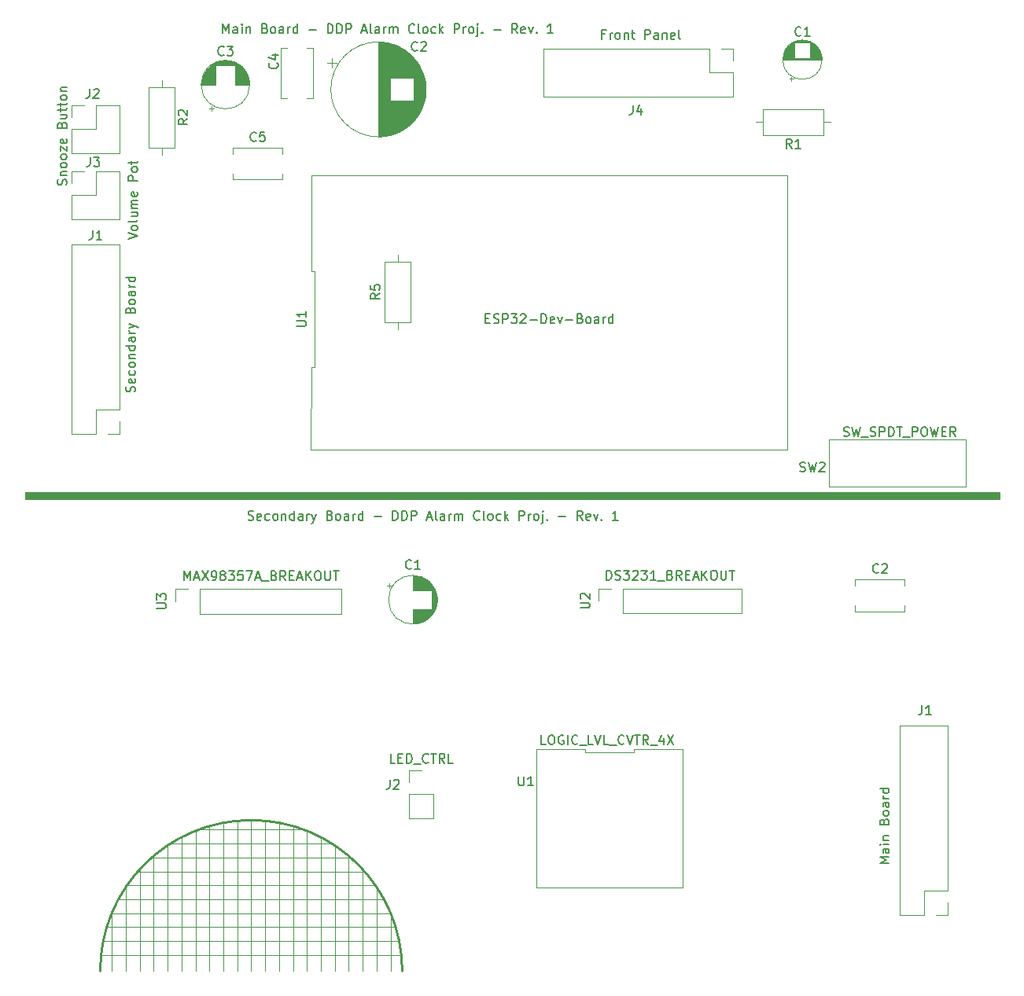
<source format=gbr>
G04 #@! TF.GenerationSoftware,KiCad,Pcbnew,(5.1.5)-3*
G04 #@! TF.CreationDate,2020-03-06T14:14:40-05:00*
G04 #@! TF.ProjectId,CombinedPnl_pcb-r1,436f6d62-696e-4656-9450-6e6c5f706362,rev?*
G04 #@! TF.SameCoordinates,Original*
G04 #@! TF.FileFunction,Legend,Top*
G04 #@! TF.FilePolarity,Positive*
%FSLAX46Y46*%
G04 Gerber Fmt 4.6, Leading zero omitted, Abs format (unit mm)*
G04 Created by KiCad (PCBNEW (5.1.5)-3) date 2020-03-06 14:14:40*
%MOMM*%
%LPD*%
G04 APERTURE LIST*
%ADD10C,0.120000*%
%ADD11C,0.100000*%
%ADD12C,0.150000*%
%ADD13C,0.250000*%
G04 APERTURE END LIST*
D10*
X101062000Y-134747000D02*
X101062000Y-140970000D01*
X102562000Y-131953000D02*
X102562000Y-140970000D01*
X104062000Y-130048000D02*
X104062000Y-140970000D01*
X105562000Y-128651000D02*
X105562000Y-140970000D01*
X107062000Y-127508000D02*
X107062000Y-140970000D01*
X108562000Y-126619000D02*
X108562000Y-140970000D01*
X110062000Y-125857000D02*
X110062000Y-140970000D01*
X111562000Y-125349000D02*
X111562000Y-140970000D01*
X113062000Y-124968000D02*
X113062000Y-140970000D01*
X114562000Y-124714000D02*
X114562000Y-140970000D01*
X131062000Y-134620000D02*
X131062000Y-140970000D01*
X129562000Y-131953000D02*
X129562000Y-140970000D01*
X128062000Y-130048000D02*
X128062000Y-140970000D01*
X126562000Y-128524000D02*
X126562000Y-140970000D01*
X125062000Y-127508000D02*
X125062000Y-140970000D01*
X123555000Y-126619000D02*
X123562000Y-140970000D01*
X122062000Y-125857000D02*
X122062000Y-140970000D01*
X120562000Y-125349000D02*
X120562000Y-140970000D01*
X119062000Y-124968000D02*
X119062000Y-140970000D01*
X117562000Y-124714000D02*
X117562000Y-140970000D01*
X99933000Y-139230000D02*
X132191000Y-139230000D01*
X100187000Y-137730000D02*
X131937000Y-137730000D01*
X100568000Y-136230000D02*
X131556000Y-136230000D01*
X101076000Y-134730000D02*
X131048000Y-134730000D01*
X101838000Y-133230000D02*
X130286000Y-133230000D01*
X102600000Y-131730000D02*
X129524000Y-131730000D01*
X103870000Y-130302000D02*
X128254000Y-130302000D01*
X105394000Y-128730000D02*
X126730000Y-128730000D01*
X107426000Y-127230000D02*
X124698000Y-127230000D01*
X110474000Y-125730000D02*
X121650000Y-125730000D01*
X116062000Y-124714000D02*
X116062000Y-140970000D01*
D11*
G36*
X196596000Y-90170000D02*
G01*
X91694000Y-90170000D01*
X91694000Y-89408000D01*
X196596000Y-89408000D01*
X196596000Y-90170000D01*
G37*
X196596000Y-90170000D02*
X91694000Y-90170000D01*
X91694000Y-89408000D01*
X196596000Y-89408000D01*
X196596000Y-90170000D01*
D12*
X113011904Y-39952380D02*
X113011904Y-38952380D01*
X113345238Y-39666666D01*
X113678571Y-38952380D01*
X113678571Y-39952380D01*
X114583333Y-39952380D02*
X114583333Y-39428571D01*
X114535714Y-39333333D01*
X114440476Y-39285714D01*
X114250000Y-39285714D01*
X114154761Y-39333333D01*
X114583333Y-39904761D02*
X114488095Y-39952380D01*
X114250000Y-39952380D01*
X114154761Y-39904761D01*
X114107142Y-39809523D01*
X114107142Y-39714285D01*
X114154761Y-39619047D01*
X114250000Y-39571428D01*
X114488095Y-39571428D01*
X114583333Y-39523809D01*
X115059523Y-39952380D02*
X115059523Y-39285714D01*
X115059523Y-38952380D02*
X115011904Y-39000000D01*
X115059523Y-39047619D01*
X115107142Y-39000000D01*
X115059523Y-38952380D01*
X115059523Y-39047619D01*
X115535714Y-39285714D02*
X115535714Y-39952380D01*
X115535714Y-39380952D02*
X115583333Y-39333333D01*
X115678571Y-39285714D01*
X115821428Y-39285714D01*
X115916666Y-39333333D01*
X115964285Y-39428571D01*
X115964285Y-39952380D01*
X117535714Y-39428571D02*
X117678571Y-39476190D01*
X117726190Y-39523809D01*
X117773809Y-39619047D01*
X117773809Y-39761904D01*
X117726190Y-39857142D01*
X117678571Y-39904761D01*
X117583333Y-39952380D01*
X117202380Y-39952380D01*
X117202380Y-38952380D01*
X117535714Y-38952380D01*
X117630952Y-39000000D01*
X117678571Y-39047619D01*
X117726190Y-39142857D01*
X117726190Y-39238095D01*
X117678571Y-39333333D01*
X117630952Y-39380952D01*
X117535714Y-39428571D01*
X117202380Y-39428571D01*
X118345238Y-39952380D02*
X118250000Y-39904761D01*
X118202380Y-39857142D01*
X118154761Y-39761904D01*
X118154761Y-39476190D01*
X118202380Y-39380952D01*
X118250000Y-39333333D01*
X118345238Y-39285714D01*
X118488095Y-39285714D01*
X118583333Y-39333333D01*
X118630952Y-39380952D01*
X118678571Y-39476190D01*
X118678571Y-39761904D01*
X118630952Y-39857142D01*
X118583333Y-39904761D01*
X118488095Y-39952380D01*
X118345238Y-39952380D01*
X119535714Y-39952380D02*
X119535714Y-39428571D01*
X119488095Y-39333333D01*
X119392857Y-39285714D01*
X119202380Y-39285714D01*
X119107142Y-39333333D01*
X119535714Y-39904761D02*
X119440476Y-39952380D01*
X119202380Y-39952380D01*
X119107142Y-39904761D01*
X119059523Y-39809523D01*
X119059523Y-39714285D01*
X119107142Y-39619047D01*
X119202380Y-39571428D01*
X119440476Y-39571428D01*
X119535714Y-39523809D01*
X120011904Y-39952380D02*
X120011904Y-39285714D01*
X120011904Y-39476190D02*
X120059523Y-39380952D01*
X120107142Y-39333333D01*
X120202380Y-39285714D01*
X120297619Y-39285714D01*
X121059523Y-39952380D02*
X121059523Y-38952380D01*
X121059523Y-39904761D02*
X120964285Y-39952380D01*
X120773809Y-39952380D01*
X120678571Y-39904761D01*
X120630952Y-39857142D01*
X120583333Y-39761904D01*
X120583333Y-39476190D01*
X120630952Y-39380952D01*
X120678571Y-39333333D01*
X120773809Y-39285714D01*
X120964285Y-39285714D01*
X121059523Y-39333333D01*
X122297619Y-39571428D02*
X123059523Y-39571428D01*
X124297619Y-39952380D02*
X124297619Y-38952380D01*
X124535714Y-38952380D01*
X124678571Y-39000000D01*
X124773809Y-39095238D01*
X124821428Y-39190476D01*
X124869047Y-39380952D01*
X124869047Y-39523809D01*
X124821428Y-39714285D01*
X124773809Y-39809523D01*
X124678571Y-39904761D01*
X124535714Y-39952380D01*
X124297619Y-39952380D01*
X125297619Y-39952380D02*
X125297619Y-38952380D01*
X125535714Y-38952380D01*
X125678571Y-39000000D01*
X125773809Y-39095238D01*
X125821428Y-39190476D01*
X125869047Y-39380952D01*
X125869047Y-39523809D01*
X125821428Y-39714285D01*
X125773809Y-39809523D01*
X125678571Y-39904761D01*
X125535714Y-39952380D01*
X125297619Y-39952380D01*
X126297619Y-39952380D02*
X126297619Y-38952380D01*
X126678571Y-38952380D01*
X126773809Y-39000000D01*
X126821428Y-39047619D01*
X126869047Y-39142857D01*
X126869047Y-39285714D01*
X126821428Y-39380952D01*
X126773809Y-39428571D01*
X126678571Y-39476190D01*
X126297619Y-39476190D01*
X128011904Y-39666666D02*
X128488095Y-39666666D01*
X127916666Y-39952380D02*
X128250000Y-38952380D01*
X128583333Y-39952380D01*
X129059523Y-39952380D02*
X128964285Y-39904761D01*
X128916666Y-39809523D01*
X128916666Y-38952380D01*
X129869047Y-39952380D02*
X129869047Y-39428571D01*
X129821428Y-39333333D01*
X129726190Y-39285714D01*
X129535714Y-39285714D01*
X129440476Y-39333333D01*
X129869047Y-39904761D02*
X129773809Y-39952380D01*
X129535714Y-39952380D01*
X129440476Y-39904761D01*
X129392857Y-39809523D01*
X129392857Y-39714285D01*
X129440476Y-39619047D01*
X129535714Y-39571428D01*
X129773809Y-39571428D01*
X129869047Y-39523809D01*
X130345238Y-39952380D02*
X130345238Y-39285714D01*
X130345238Y-39476190D02*
X130392857Y-39380952D01*
X130440476Y-39333333D01*
X130535714Y-39285714D01*
X130630952Y-39285714D01*
X130964285Y-39952380D02*
X130964285Y-39285714D01*
X130964285Y-39380952D02*
X131011904Y-39333333D01*
X131107142Y-39285714D01*
X131250000Y-39285714D01*
X131345238Y-39333333D01*
X131392857Y-39428571D01*
X131392857Y-39952380D01*
X131392857Y-39428571D02*
X131440476Y-39333333D01*
X131535714Y-39285714D01*
X131678571Y-39285714D01*
X131773809Y-39333333D01*
X131821428Y-39428571D01*
X131821428Y-39952380D01*
X133630952Y-39857142D02*
X133583333Y-39904761D01*
X133440476Y-39952380D01*
X133345238Y-39952380D01*
X133202380Y-39904761D01*
X133107142Y-39809523D01*
X133059523Y-39714285D01*
X133011904Y-39523809D01*
X133011904Y-39380952D01*
X133059523Y-39190476D01*
X133107142Y-39095238D01*
X133202380Y-39000000D01*
X133345238Y-38952380D01*
X133440476Y-38952380D01*
X133583333Y-39000000D01*
X133630952Y-39047619D01*
X134202380Y-39952380D02*
X134107142Y-39904761D01*
X134059523Y-39809523D01*
X134059523Y-38952380D01*
X134726190Y-39952380D02*
X134630952Y-39904761D01*
X134583333Y-39857142D01*
X134535714Y-39761904D01*
X134535714Y-39476190D01*
X134583333Y-39380952D01*
X134630952Y-39333333D01*
X134726190Y-39285714D01*
X134869047Y-39285714D01*
X134964285Y-39333333D01*
X135011904Y-39380952D01*
X135059523Y-39476190D01*
X135059523Y-39761904D01*
X135011904Y-39857142D01*
X134964285Y-39904761D01*
X134869047Y-39952380D01*
X134726190Y-39952380D01*
X135916666Y-39904761D02*
X135821428Y-39952380D01*
X135630952Y-39952380D01*
X135535714Y-39904761D01*
X135488095Y-39857142D01*
X135440476Y-39761904D01*
X135440476Y-39476190D01*
X135488095Y-39380952D01*
X135535714Y-39333333D01*
X135630952Y-39285714D01*
X135821428Y-39285714D01*
X135916666Y-39333333D01*
X136345238Y-39952380D02*
X136345238Y-38952380D01*
X136440476Y-39571428D02*
X136726190Y-39952380D01*
X136726190Y-39285714D02*
X136345238Y-39666666D01*
X137916666Y-39952380D02*
X137916666Y-38952380D01*
X138297619Y-38952380D01*
X138392857Y-39000000D01*
X138440476Y-39047619D01*
X138488095Y-39142857D01*
X138488095Y-39285714D01*
X138440476Y-39380952D01*
X138392857Y-39428571D01*
X138297619Y-39476190D01*
X137916666Y-39476190D01*
X138916666Y-39952380D02*
X138916666Y-39285714D01*
X138916666Y-39476190D02*
X138964285Y-39380952D01*
X139011904Y-39333333D01*
X139107142Y-39285714D01*
X139202380Y-39285714D01*
X139678571Y-39952380D02*
X139583333Y-39904761D01*
X139535714Y-39857142D01*
X139488095Y-39761904D01*
X139488095Y-39476190D01*
X139535714Y-39380952D01*
X139583333Y-39333333D01*
X139678571Y-39285714D01*
X139821428Y-39285714D01*
X139916666Y-39333333D01*
X139964285Y-39380952D01*
X140011904Y-39476190D01*
X140011904Y-39761904D01*
X139964285Y-39857142D01*
X139916666Y-39904761D01*
X139821428Y-39952380D01*
X139678571Y-39952380D01*
X140440476Y-39285714D02*
X140440476Y-40142857D01*
X140392857Y-40238095D01*
X140297619Y-40285714D01*
X140250000Y-40285714D01*
X140440476Y-38952380D02*
X140392857Y-39000000D01*
X140440476Y-39047619D01*
X140488095Y-39000000D01*
X140440476Y-38952380D01*
X140440476Y-39047619D01*
X140916666Y-39857142D02*
X140964285Y-39904761D01*
X140916666Y-39952380D01*
X140869047Y-39904761D01*
X140916666Y-39857142D01*
X140916666Y-39952380D01*
X142154761Y-39571428D02*
X142916666Y-39571428D01*
X144726190Y-39952380D02*
X144392857Y-39476190D01*
X144154761Y-39952380D02*
X144154761Y-38952380D01*
X144535714Y-38952380D01*
X144630952Y-39000000D01*
X144678571Y-39047619D01*
X144726190Y-39142857D01*
X144726190Y-39285714D01*
X144678571Y-39380952D01*
X144630952Y-39428571D01*
X144535714Y-39476190D01*
X144154761Y-39476190D01*
X145535714Y-39904761D02*
X145440476Y-39952380D01*
X145250000Y-39952380D01*
X145154761Y-39904761D01*
X145107142Y-39809523D01*
X145107142Y-39428571D01*
X145154761Y-39333333D01*
X145250000Y-39285714D01*
X145440476Y-39285714D01*
X145535714Y-39333333D01*
X145583333Y-39428571D01*
X145583333Y-39523809D01*
X145107142Y-39619047D01*
X145916666Y-39285714D02*
X146154761Y-39952380D01*
X146392857Y-39285714D01*
X146773809Y-39857142D02*
X146821428Y-39904761D01*
X146773809Y-39952380D01*
X146726190Y-39904761D01*
X146773809Y-39857142D01*
X146773809Y-39952380D01*
X148535714Y-39952380D02*
X147964285Y-39952380D01*
X148250000Y-39952380D02*
X148250000Y-38952380D01*
X148154761Y-39095238D01*
X148059523Y-39190476D01*
X147964285Y-39238095D01*
X115731238Y-92352761D02*
X115874095Y-92400380D01*
X116112190Y-92400380D01*
X116207428Y-92352761D01*
X116255047Y-92305142D01*
X116302666Y-92209904D01*
X116302666Y-92114666D01*
X116255047Y-92019428D01*
X116207428Y-91971809D01*
X116112190Y-91924190D01*
X115921714Y-91876571D01*
X115826476Y-91828952D01*
X115778857Y-91781333D01*
X115731238Y-91686095D01*
X115731238Y-91590857D01*
X115778857Y-91495619D01*
X115826476Y-91448000D01*
X115921714Y-91400380D01*
X116159809Y-91400380D01*
X116302666Y-91448000D01*
X117112190Y-92352761D02*
X117016952Y-92400380D01*
X116826476Y-92400380D01*
X116731238Y-92352761D01*
X116683619Y-92257523D01*
X116683619Y-91876571D01*
X116731238Y-91781333D01*
X116826476Y-91733714D01*
X117016952Y-91733714D01*
X117112190Y-91781333D01*
X117159809Y-91876571D01*
X117159809Y-91971809D01*
X116683619Y-92067047D01*
X118016952Y-92352761D02*
X117921714Y-92400380D01*
X117731238Y-92400380D01*
X117636000Y-92352761D01*
X117588380Y-92305142D01*
X117540761Y-92209904D01*
X117540761Y-91924190D01*
X117588380Y-91828952D01*
X117636000Y-91781333D01*
X117731238Y-91733714D01*
X117921714Y-91733714D01*
X118016952Y-91781333D01*
X118588380Y-92400380D02*
X118493142Y-92352761D01*
X118445523Y-92305142D01*
X118397904Y-92209904D01*
X118397904Y-91924190D01*
X118445523Y-91828952D01*
X118493142Y-91781333D01*
X118588380Y-91733714D01*
X118731238Y-91733714D01*
X118826476Y-91781333D01*
X118874095Y-91828952D01*
X118921714Y-91924190D01*
X118921714Y-92209904D01*
X118874095Y-92305142D01*
X118826476Y-92352761D01*
X118731238Y-92400380D01*
X118588380Y-92400380D01*
X119350285Y-91733714D02*
X119350285Y-92400380D01*
X119350285Y-91828952D02*
X119397904Y-91781333D01*
X119493142Y-91733714D01*
X119636000Y-91733714D01*
X119731238Y-91781333D01*
X119778857Y-91876571D01*
X119778857Y-92400380D01*
X120683619Y-92400380D02*
X120683619Y-91400380D01*
X120683619Y-92352761D02*
X120588380Y-92400380D01*
X120397904Y-92400380D01*
X120302666Y-92352761D01*
X120255047Y-92305142D01*
X120207428Y-92209904D01*
X120207428Y-91924190D01*
X120255047Y-91828952D01*
X120302666Y-91781333D01*
X120397904Y-91733714D01*
X120588380Y-91733714D01*
X120683619Y-91781333D01*
X121588380Y-92400380D02*
X121588380Y-91876571D01*
X121540761Y-91781333D01*
X121445523Y-91733714D01*
X121255047Y-91733714D01*
X121159809Y-91781333D01*
X121588380Y-92352761D02*
X121493142Y-92400380D01*
X121255047Y-92400380D01*
X121159809Y-92352761D01*
X121112190Y-92257523D01*
X121112190Y-92162285D01*
X121159809Y-92067047D01*
X121255047Y-92019428D01*
X121493142Y-92019428D01*
X121588380Y-91971809D01*
X122064571Y-92400380D02*
X122064571Y-91733714D01*
X122064571Y-91924190D02*
X122112190Y-91828952D01*
X122159809Y-91781333D01*
X122255047Y-91733714D01*
X122350285Y-91733714D01*
X122588380Y-91733714D02*
X122826476Y-92400380D01*
X123064571Y-91733714D02*
X122826476Y-92400380D01*
X122731238Y-92638476D01*
X122683619Y-92686095D01*
X122588380Y-92733714D01*
X124540761Y-91876571D02*
X124683619Y-91924190D01*
X124731238Y-91971809D01*
X124778857Y-92067047D01*
X124778857Y-92209904D01*
X124731238Y-92305142D01*
X124683619Y-92352761D01*
X124588380Y-92400380D01*
X124207428Y-92400380D01*
X124207428Y-91400380D01*
X124540761Y-91400380D01*
X124636000Y-91448000D01*
X124683619Y-91495619D01*
X124731238Y-91590857D01*
X124731238Y-91686095D01*
X124683619Y-91781333D01*
X124636000Y-91828952D01*
X124540761Y-91876571D01*
X124207428Y-91876571D01*
X125350285Y-92400380D02*
X125255047Y-92352761D01*
X125207428Y-92305142D01*
X125159809Y-92209904D01*
X125159809Y-91924190D01*
X125207428Y-91828952D01*
X125255047Y-91781333D01*
X125350285Y-91733714D01*
X125493142Y-91733714D01*
X125588380Y-91781333D01*
X125636000Y-91828952D01*
X125683619Y-91924190D01*
X125683619Y-92209904D01*
X125636000Y-92305142D01*
X125588380Y-92352761D01*
X125493142Y-92400380D01*
X125350285Y-92400380D01*
X126540761Y-92400380D02*
X126540761Y-91876571D01*
X126493142Y-91781333D01*
X126397904Y-91733714D01*
X126207428Y-91733714D01*
X126112190Y-91781333D01*
X126540761Y-92352761D02*
X126445523Y-92400380D01*
X126207428Y-92400380D01*
X126112190Y-92352761D01*
X126064571Y-92257523D01*
X126064571Y-92162285D01*
X126112190Y-92067047D01*
X126207428Y-92019428D01*
X126445523Y-92019428D01*
X126540761Y-91971809D01*
X127016952Y-92400380D02*
X127016952Y-91733714D01*
X127016952Y-91924190D02*
X127064571Y-91828952D01*
X127112190Y-91781333D01*
X127207428Y-91733714D01*
X127302666Y-91733714D01*
X128064571Y-92400380D02*
X128064571Y-91400380D01*
X128064571Y-92352761D02*
X127969333Y-92400380D01*
X127778857Y-92400380D01*
X127683619Y-92352761D01*
X127636000Y-92305142D01*
X127588380Y-92209904D01*
X127588380Y-91924190D01*
X127636000Y-91828952D01*
X127683619Y-91781333D01*
X127778857Y-91733714D01*
X127969333Y-91733714D01*
X128064571Y-91781333D01*
X129302666Y-92019428D02*
X130064571Y-92019428D01*
X131302666Y-92400380D02*
X131302666Y-91400380D01*
X131540761Y-91400380D01*
X131683619Y-91448000D01*
X131778857Y-91543238D01*
X131826476Y-91638476D01*
X131874095Y-91828952D01*
X131874095Y-91971809D01*
X131826476Y-92162285D01*
X131778857Y-92257523D01*
X131683619Y-92352761D01*
X131540761Y-92400380D01*
X131302666Y-92400380D01*
X132302666Y-92400380D02*
X132302666Y-91400380D01*
X132540761Y-91400380D01*
X132683619Y-91448000D01*
X132778857Y-91543238D01*
X132826476Y-91638476D01*
X132874095Y-91828952D01*
X132874095Y-91971809D01*
X132826476Y-92162285D01*
X132778857Y-92257523D01*
X132683619Y-92352761D01*
X132540761Y-92400380D01*
X132302666Y-92400380D01*
X133302666Y-92400380D02*
X133302666Y-91400380D01*
X133683619Y-91400380D01*
X133778857Y-91448000D01*
X133826476Y-91495619D01*
X133874095Y-91590857D01*
X133874095Y-91733714D01*
X133826476Y-91828952D01*
X133778857Y-91876571D01*
X133683619Y-91924190D01*
X133302666Y-91924190D01*
X135016952Y-92114666D02*
X135493142Y-92114666D01*
X134921714Y-92400380D02*
X135255047Y-91400380D01*
X135588380Y-92400380D01*
X136064571Y-92400380D02*
X135969333Y-92352761D01*
X135921714Y-92257523D01*
X135921714Y-91400380D01*
X136874095Y-92400380D02*
X136874095Y-91876571D01*
X136826476Y-91781333D01*
X136731238Y-91733714D01*
X136540761Y-91733714D01*
X136445523Y-91781333D01*
X136874095Y-92352761D02*
X136778857Y-92400380D01*
X136540761Y-92400380D01*
X136445523Y-92352761D01*
X136397904Y-92257523D01*
X136397904Y-92162285D01*
X136445523Y-92067047D01*
X136540761Y-92019428D01*
X136778857Y-92019428D01*
X136874095Y-91971809D01*
X137350285Y-92400380D02*
X137350285Y-91733714D01*
X137350285Y-91924190D02*
X137397904Y-91828952D01*
X137445523Y-91781333D01*
X137540761Y-91733714D01*
X137636000Y-91733714D01*
X137969333Y-92400380D02*
X137969333Y-91733714D01*
X137969333Y-91828952D02*
X138016952Y-91781333D01*
X138112190Y-91733714D01*
X138255047Y-91733714D01*
X138350285Y-91781333D01*
X138397904Y-91876571D01*
X138397904Y-92400380D01*
X138397904Y-91876571D02*
X138445523Y-91781333D01*
X138540761Y-91733714D01*
X138683619Y-91733714D01*
X138778857Y-91781333D01*
X138826476Y-91876571D01*
X138826476Y-92400380D01*
X140636000Y-92305142D02*
X140588380Y-92352761D01*
X140445523Y-92400380D01*
X140350285Y-92400380D01*
X140207428Y-92352761D01*
X140112190Y-92257523D01*
X140064571Y-92162285D01*
X140016952Y-91971809D01*
X140016952Y-91828952D01*
X140064571Y-91638476D01*
X140112190Y-91543238D01*
X140207428Y-91448000D01*
X140350285Y-91400380D01*
X140445523Y-91400380D01*
X140588380Y-91448000D01*
X140636000Y-91495619D01*
X141207428Y-92400380D02*
X141112190Y-92352761D01*
X141064571Y-92257523D01*
X141064571Y-91400380D01*
X141731238Y-92400380D02*
X141636000Y-92352761D01*
X141588380Y-92305142D01*
X141540761Y-92209904D01*
X141540761Y-91924190D01*
X141588380Y-91828952D01*
X141636000Y-91781333D01*
X141731238Y-91733714D01*
X141874095Y-91733714D01*
X141969333Y-91781333D01*
X142016952Y-91828952D01*
X142064571Y-91924190D01*
X142064571Y-92209904D01*
X142016952Y-92305142D01*
X141969333Y-92352761D01*
X141874095Y-92400380D01*
X141731238Y-92400380D01*
X142921714Y-92352761D02*
X142826476Y-92400380D01*
X142636000Y-92400380D01*
X142540761Y-92352761D01*
X142493142Y-92305142D01*
X142445523Y-92209904D01*
X142445523Y-91924190D01*
X142493142Y-91828952D01*
X142540761Y-91781333D01*
X142636000Y-91733714D01*
X142826476Y-91733714D01*
X142921714Y-91781333D01*
X143350285Y-92400380D02*
X143350285Y-91400380D01*
X143445523Y-92019428D02*
X143731238Y-92400380D01*
X143731238Y-91733714D02*
X143350285Y-92114666D01*
X144921714Y-92400380D02*
X144921714Y-91400380D01*
X145302666Y-91400380D01*
X145397904Y-91448000D01*
X145445523Y-91495619D01*
X145493142Y-91590857D01*
X145493142Y-91733714D01*
X145445523Y-91828952D01*
X145397904Y-91876571D01*
X145302666Y-91924190D01*
X144921714Y-91924190D01*
X145921714Y-92400380D02*
X145921714Y-91733714D01*
X145921714Y-91924190D02*
X145969333Y-91828952D01*
X146016952Y-91781333D01*
X146112190Y-91733714D01*
X146207428Y-91733714D01*
X146683619Y-92400380D02*
X146588380Y-92352761D01*
X146540761Y-92305142D01*
X146493142Y-92209904D01*
X146493142Y-91924190D01*
X146540761Y-91828952D01*
X146588380Y-91781333D01*
X146683619Y-91733714D01*
X146826476Y-91733714D01*
X146921714Y-91781333D01*
X146969333Y-91828952D01*
X147016952Y-91924190D01*
X147016952Y-92209904D01*
X146969333Y-92305142D01*
X146921714Y-92352761D01*
X146826476Y-92400380D01*
X146683619Y-92400380D01*
X147445523Y-91733714D02*
X147445523Y-92590857D01*
X147397904Y-92686095D01*
X147302666Y-92733714D01*
X147255047Y-92733714D01*
X147445523Y-91400380D02*
X147397904Y-91448000D01*
X147445523Y-91495619D01*
X147493142Y-91448000D01*
X147445523Y-91400380D01*
X147445523Y-91495619D01*
X147921714Y-92305142D02*
X147969333Y-92352761D01*
X147921714Y-92400380D01*
X147874095Y-92352761D01*
X147921714Y-92305142D01*
X147921714Y-92400380D01*
X149159809Y-92019428D02*
X149921714Y-92019428D01*
X151731238Y-92400380D02*
X151397904Y-91924190D01*
X151159809Y-92400380D02*
X151159809Y-91400380D01*
X151540761Y-91400380D01*
X151636000Y-91448000D01*
X151683619Y-91495619D01*
X151731238Y-91590857D01*
X151731238Y-91733714D01*
X151683619Y-91828952D01*
X151636000Y-91876571D01*
X151540761Y-91924190D01*
X151159809Y-91924190D01*
X152540761Y-92352761D02*
X152445523Y-92400380D01*
X152255047Y-92400380D01*
X152159809Y-92352761D01*
X152112190Y-92257523D01*
X152112190Y-91876571D01*
X152159809Y-91781333D01*
X152255047Y-91733714D01*
X152445523Y-91733714D01*
X152540761Y-91781333D01*
X152588380Y-91876571D01*
X152588380Y-91971809D01*
X152112190Y-92067047D01*
X152921714Y-91733714D02*
X153159809Y-92400380D01*
X153397904Y-91733714D01*
X153778857Y-92305142D02*
X153826476Y-92352761D01*
X153778857Y-92400380D01*
X153731238Y-92352761D01*
X153778857Y-92305142D01*
X153778857Y-92400380D01*
X155540761Y-92400380D02*
X154969333Y-92400380D01*
X155255047Y-92400380D02*
X155255047Y-91400380D01*
X155159809Y-91543238D01*
X155064571Y-91638476D01*
X154969333Y-91686095D01*
D13*
X99806000Y-140970000D02*
G75*
G02X132318000Y-140970000I16256000J0D01*
G01*
D10*
X178250000Y-83670000D02*
X178250000Y-88750000D01*
X178250000Y-88750000D02*
X192982000Y-88750000D01*
X192982000Y-88750000D02*
X192982000Y-83670000D01*
X192982000Y-83670000D02*
X178250000Y-83670000D01*
X122496000Y-84844000D02*
X173780000Y-84820000D01*
X173780000Y-84820000D02*
X173780000Y-55270001D01*
X173780000Y-55270001D02*
X122520000Y-55270000D01*
X122520000Y-55270000D02*
X122520000Y-65583334D01*
X122520000Y-65583334D02*
X122880000Y-65583334D01*
X122880000Y-65583334D02*
X122880000Y-75896666D01*
X122880000Y-75896666D02*
X122520000Y-75896666D01*
X122520000Y-75896666D02*
X122496000Y-84844000D01*
X105056000Y-52292000D02*
X107796000Y-52292000D01*
X107796000Y-52292000D02*
X107796000Y-45752000D01*
X107796000Y-45752000D02*
X105056000Y-45752000D01*
X105056000Y-45752000D02*
X105056000Y-52292000D01*
X106426000Y-53062000D02*
X106426000Y-52292000D01*
X106426000Y-44982000D02*
X106426000Y-45752000D01*
X96714000Y-47692000D02*
X98044000Y-47692000D01*
X96714000Y-49022000D02*
X96714000Y-47692000D01*
X99314000Y-47692000D02*
X101914000Y-47692000D01*
X99314000Y-50292000D02*
X99314000Y-47692000D01*
X96714000Y-50292000D02*
X99314000Y-50292000D01*
X101914000Y-47692000D02*
X101914000Y-52892000D01*
X96714000Y-50292000D02*
X96714000Y-52892000D01*
X96714000Y-52892000D02*
X101914000Y-52892000D01*
X124770354Y-42625000D02*
X124770354Y-43625000D01*
X124270354Y-43125000D02*
X125270354Y-43125000D01*
X134831000Y-45401000D02*
X134831000Y-46599000D01*
X134791000Y-45138000D02*
X134791000Y-46862000D01*
X134751000Y-44938000D02*
X134751000Y-47062000D01*
X134711000Y-44770000D02*
X134711000Y-47230000D01*
X134671000Y-44622000D02*
X134671000Y-47378000D01*
X134631000Y-44490000D02*
X134631000Y-47510000D01*
X134591000Y-44370000D02*
X134591000Y-47630000D01*
X134551000Y-44258000D02*
X134551000Y-47742000D01*
X134511000Y-44154000D02*
X134511000Y-47846000D01*
X134471000Y-44056000D02*
X134471000Y-47944000D01*
X134431000Y-43963000D02*
X134431000Y-48037000D01*
X134391000Y-43875000D02*
X134391000Y-48125000D01*
X134351000Y-43791000D02*
X134351000Y-48209000D01*
X134311000Y-43711000D02*
X134311000Y-48289000D01*
X134271000Y-43635000D02*
X134271000Y-48365000D01*
X134231000Y-43561000D02*
X134231000Y-48439000D01*
X134191000Y-43490000D02*
X134191000Y-48510000D01*
X134151000Y-43421000D02*
X134151000Y-48579000D01*
X134111000Y-43355000D02*
X134111000Y-48645000D01*
X134071000Y-43291000D02*
X134071000Y-48709000D01*
X134031000Y-43230000D02*
X134031000Y-48770000D01*
X133991000Y-43170000D02*
X133991000Y-48830000D01*
X133951000Y-43111000D02*
X133951000Y-48889000D01*
X133911000Y-43055000D02*
X133911000Y-48945000D01*
X133871000Y-43000000D02*
X133871000Y-49000000D01*
X133831000Y-42946000D02*
X133831000Y-49054000D01*
X133791000Y-42894000D02*
X133791000Y-49106000D01*
X133751000Y-42844000D02*
X133751000Y-49156000D01*
X133711000Y-42794000D02*
X133711000Y-49206000D01*
X133671000Y-42746000D02*
X133671000Y-49254000D01*
X133631000Y-42699000D02*
X133631000Y-49301000D01*
X133591000Y-42653000D02*
X133591000Y-49347000D01*
X133551000Y-42608000D02*
X133551000Y-49392000D01*
X133511000Y-42564000D02*
X133511000Y-49436000D01*
X133471000Y-47241000D02*
X133471000Y-49478000D01*
X133471000Y-42522000D02*
X133471000Y-44759000D01*
X133431000Y-47241000D02*
X133431000Y-49520000D01*
X133431000Y-42480000D02*
X133431000Y-44759000D01*
X133391000Y-47241000D02*
X133391000Y-49561000D01*
X133391000Y-42439000D02*
X133391000Y-44759000D01*
X133351000Y-47241000D02*
X133351000Y-49601000D01*
X133351000Y-42399000D02*
X133351000Y-44759000D01*
X133311000Y-47241000D02*
X133311000Y-49640000D01*
X133311000Y-42360000D02*
X133311000Y-44759000D01*
X133271000Y-47241000D02*
X133271000Y-49679000D01*
X133271000Y-42321000D02*
X133271000Y-44759000D01*
X133231000Y-47241000D02*
X133231000Y-49716000D01*
X133231000Y-42284000D02*
X133231000Y-44759000D01*
X133191000Y-47241000D02*
X133191000Y-49753000D01*
X133191000Y-42247000D02*
X133191000Y-44759000D01*
X133151000Y-47241000D02*
X133151000Y-49789000D01*
X133151000Y-42211000D02*
X133151000Y-44759000D01*
X133111000Y-47241000D02*
X133111000Y-49824000D01*
X133111000Y-42176000D02*
X133111000Y-44759000D01*
X133071000Y-47241000D02*
X133071000Y-49858000D01*
X133071000Y-42142000D02*
X133071000Y-44759000D01*
X133031000Y-47241000D02*
X133031000Y-49892000D01*
X133031000Y-42108000D02*
X133031000Y-44759000D01*
X132991000Y-47241000D02*
X132991000Y-49925000D01*
X132991000Y-42075000D02*
X132991000Y-44759000D01*
X132951000Y-47241000D02*
X132951000Y-49957000D01*
X132951000Y-42043000D02*
X132951000Y-44759000D01*
X132911000Y-47241000D02*
X132911000Y-49989000D01*
X132911000Y-42011000D02*
X132911000Y-44759000D01*
X132871000Y-47241000D02*
X132871000Y-50020000D01*
X132871000Y-41980000D02*
X132871000Y-44759000D01*
X132831000Y-47241000D02*
X132831000Y-50050000D01*
X132831000Y-41950000D02*
X132831000Y-44759000D01*
X132791000Y-47241000D02*
X132791000Y-50080000D01*
X132791000Y-41920000D02*
X132791000Y-44759000D01*
X132751000Y-47241000D02*
X132751000Y-50110000D01*
X132751000Y-41890000D02*
X132751000Y-44759000D01*
X132711000Y-47241000D02*
X132711000Y-50138000D01*
X132711000Y-41862000D02*
X132711000Y-44759000D01*
X132671000Y-47241000D02*
X132671000Y-50166000D01*
X132671000Y-41834000D02*
X132671000Y-44759000D01*
X132631000Y-47241000D02*
X132631000Y-50194000D01*
X132631000Y-41806000D02*
X132631000Y-44759000D01*
X132591000Y-47241000D02*
X132591000Y-50221000D01*
X132591000Y-41779000D02*
X132591000Y-44759000D01*
X132551000Y-47241000D02*
X132551000Y-50247000D01*
X132551000Y-41753000D02*
X132551000Y-44759000D01*
X132511000Y-47241000D02*
X132511000Y-50273000D01*
X132511000Y-41727000D02*
X132511000Y-44759000D01*
X132471000Y-47241000D02*
X132471000Y-50298000D01*
X132471000Y-41702000D02*
X132471000Y-44759000D01*
X132431000Y-47241000D02*
X132431000Y-50323000D01*
X132431000Y-41677000D02*
X132431000Y-44759000D01*
X132391000Y-47241000D02*
X132391000Y-50347000D01*
X132391000Y-41653000D02*
X132391000Y-44759000D01*
X132351000Y-47241000D02*
X132351000Y-50371000D01*
X132351000Y-41629000D02*
X132351000Y-44759000D01*
X132311000Y-47241000D02*
X132311000Y-50395000D01*
X132311000Y-41605000D02*
X132311000Y-44759000D01*
X132271000Y-47241000D02*
X132271000Y-50417000D01*
X132271000Y-41583000D02*
X132271000Y-44759000D01*
X132231000Y-47241000D02*
X132231000Y-50440000D01*
X132231000Y-41560000D02*
X132231000Y-44759000D01*
X132191000Y-47241000D02*
X132191000Y-50462000D01*
X132191000Y-41538000D02*
X132191000Y-44759000D01*
X132151000Y-47241000D02*
X132151000Y-50483000D01*
X132151000Y-41517000D02*
X132151000Y-44759000D01*
X132111000Y-47241000D02*
X132111000Y-50504000D01*
X132111000Y-41496000D02*
X132111000Y-44759000D01*
X132071000Y-47241000D02*
X132071000Y-50525000D01*
X132071000Y-41475000D02*
X132071000Y-44759000D01*
X132031000Y-47241000D02*
X132031000Y-50545000D01*
X132031000Y-41455000D02*
X132031000Y-44759000D01*
X131991000Y-47241000D02*
X131991000Y-50564000D01*
X131991000Y-41436000D02*
X131991000Y-44759000D01*
X131951000Y-47241000D02*
X131951000Y-50584000D01*
X131951000Y-41416000D02*
X131951000Y-44759000D01*
X131911000Y-47241000D02*
X131911000Y-50603000D01*
X131911000Y-41397000D02*
X131911000Y-44759000D01*
X131871000Y-47241000D02*
X131871000Y-50621000D01*
X131871000Y-41379000D02*
X131871000Y-44759000D01*
X131831000Y-47241000D02*
X131831000Y-50639000D01*
X131831000Y-41361000D02*
X131831000Y-44759000D01*
X131791000Y-47241000D02*
X131791000Y-50657000D01*
X131791000Y-41343000D02*
X131791000Y-44759000D01*
X131751000Y-47241000D02*
X131751000Y-50674000D01*
X131751000Y-41326000D02*
X131751000Y-44759000D01*
X131711000Y-47241000D02*
X131711000Y-50690000D01*
X131711000Y-41310000D02*
X131711000Y-44759000D01*
X131671000Y-47241000D02*
X131671000Y-50707000D01*
X131671000Y-41293000D02*
X131671000Y-44759000D01*
X131631000Y-47241000D02*
X131631000Y-50723000D01*
X131631000Y-41277000D02*
X131631000Y-44759000D01*
X131591000Y-47241000D02*
X131591000Y-50738000D01*
X131591000Y-41262000D02*
X131591000Y-44759000D01*
X131551000Y-47241000D02*
X131551000Y-50754000D01*
X131551000Y-41246000D02*
X131551000Y-44759000D01*
X131511000Y-47241000D02*
X131511000Y-50768000D01*
X131511000Y-41232000D02*
X131511000Y-44759000D01*
X131471000Y-47241000D02*
X131471000Y-50783000D01*
X131471000Y-41217000D02*
X131471000Y-44759000D01*
X131431000Y-47241000D02*
X131431000Y-50797000D01*
X131431000Y-41203000D02*
X131431000Y-44759000D01*
X131391000Y-47241000D02*
X131391000Y-50811000D01*
X131391000Y-41189000D02*
X131391000Y-44759000D01*
X131351000Y-47241000D02*
X131351000Y-50824000D01*
X131351000Y-41176000D02*
X131351000Y-44759000D01*
X131311000Y-47241000D02*
X131311000Y-50837000D01*
X131311000Y-41163000D02*
X131311000Y-44759000D01*
X131271000Y-47241000D02*
X131271000Y-50850000D01*
X131271000Y-41150000D02*
X131271000Y-44759000D01*
X131231000Y-47241000D02*
X131231000Y-50862000D01*
X131231000Y-41138000D02*
X131231000Y-44759000D01*
X131191000Y-47241000D02*
X131191000Y-50874000D01*
X131191000Y-41126000D02*
X131191000Y-44759000D01*
X131151000Y-47241000D02*
X131151000Y-50885000D01*
X131151000Y-41115000D02*
X131151000Y-44759000D01*
X131111000Y-47241000D02*
X131111000Y-50897000D01*
X131111000Y-41103000D02*
X131111000Y-44759000D01*
X131071000Y-47241000D02*
X131071000Y-50907000D01*
X131071000Y-41093000D02*
X131071000Y-44759000D01*
X131031000Y-47241000D02*
X131031000Y-50918000D01*
X131031000Y-41082000D02*
X131031000Y-44759000D01*
X130991000Y-41072000D02*
X130991000Y-50928000D01*
X130951000Y-41062000D02*
X130951000Y-50938000D01*
X130911000Y-41053000D02*
X130911000Y-50947000D01*
X130871000Y-41044000D02*
X130871000Y-50956000D01*
X130831000Y-41035000D02*
X130831000Y-50965000D01*
X130791000Y-41026000D02*
X130791000Y-50974000D01*
X130751000Y-41018000D02*
X130751000Y-50982000D01*
X130711000Y-41010000D02*
X130711000Y-50990000D01*
X130671000Y-41003000D02*
X130671000Y-50997000D01*
X130631000Y-40996000D02*
X130631000Y-51004000D01*
X130591000Y-40989000D02*
X130591000Y-51011000D01*
X130551000Y-40982000D02*
X130551000Y-51018000D01*
X130511000Y-40976000D02*
X130511000Y-51024000D01*
X130471000Y-40970000D02*
X130471000Y-51030000D01*
X130430000Y-40965000D02*
X130430000Y-51035000D01*
X130390000Y-40960000D02*
X130390000Y-51040000D01*
X130350000Y-40955000D02*
X130350000Y-51045000D01*
X130310000Y-40950000D02*
X130310000Y-51050000D01*
X130270000Y-40946000D02*
X130270000Y-51054000D01*
X130230000Y-40942000D02*
X130230000Y-51058000D01*
X130190000Y-40938000D02*
X130190000Y-51062000D01*
X130150000Y-40935000D02*
X130150000Y-51065000D01*
X130110000Y-40932000D02*
X130110000Y-51068000D01*
X130070000Y-40930000D02*
X130070000Y-51070000D01*
X130030000Y-40927000D02*
X130030000Y-51073000D01*
X129990000Y-40925000D02*
X129990000Y-51075000D01*
X129950000Y-40923000D02*
X129950000Y-51077000D01*
X129910000Y-40922000D02*
X129910000Y-51078000D01*
X129870000Y-40921000D02*
X129870000Y-51079000D01*
X129830000Y-40920000D02*
X129830000Y-51080000D01*
X129790000Y-40920000D02*
X129790000Y-51080000D01*
X129750000Y-40920000D02*
X129750000Y-51080000D01*
X134870000Y-46000000D02*
G75*
G03X134870000Y-46000000I-5120000J0D01*
G01*
X147514000Y-41596000D02*
X147514000Y-46796000D01*
X165354000Y-41596000D02*
X147514000Y-41596000D01*
X167954000Y-46796000D02*
X147514000Y-46796000D01*
X165354000Y-41596000D02*
X165354000Y-44196000D01*
X165354000Y-44196000D02*
X167954000Y-44196000D01*
X167954000Y-44196000D02*
X167954000Y-46796000D01*
X166624000Y-41596000D02*
X167954000Y-41596000D01*
X167954000Y-41596000D02*
X167954000Y-42926000D01*
X101914000Y-83118000D02*
X100584000Y-83118000D01*
X101914000Y-81788000D02*
X101914000Y-83118000D01*
X99314000Y-83118000D02*
X96714000Y-83118000D01*
X99314000Y-80518000D02*
X99314000Y-83118000D01*
X101914000Y-80518000D02*
X99314000Y-80518000D01*
X96714000Y-83118000D02*
X96714000Y-62678000D01*
X101914000Y-80518000D02*
X101914000Y-62678000D01*
X101914000Y-62678000D02*
X96714000Y-62678000D01*
X96714000Y-60004000D02*
X101914000Y-60004000D01*
X96714000Y-57404000D02*
X96714000Y-60004000D01*
X101914000Y-54804000D02*
X101914000Y-60004000D01*
X96714000Y-57404000D02*
X99314000Y-57404000D01*
X99314000Y-57404000D02*
X99314000Y-54804000D01*
X99314000Y-54804000D02*
X101914000Y-54804000D01*
X96714000Y-56134000D02*
X96714000Y-54804000D01*
X96714000Y-54804000D02*
X98044000Y-54804000D01*
X170380000Y-49530000D02*
X171150000Y-49530000D01*
X178460000Y-49530000D02*
X177690000Y-49530000D01*
X171150000Y-50900000D02*
X177690000Y-50900000D01*
X171150000Y-48160000D02*
X171150000Y-50900000D01*
X177690000Y-48160000D02*
X171150000Y-48160000D01*
X177690000Y-50900000D02*
X177690000Y-48160000D01*
X174005000Y-44869801D02*
X174405000Y-44869801D01*
X174205000Y-45069801D02*
X174205000Y-44669801D01*
X175030000Y-40719000D02*
X175770000Y-40719000D01*
X174863000Y-40759000D02*
X175937000Y-40759000D01*
X174736000Y-40799000D02*
X176064000Y-40799000D01*
X174632000Y-40839000D02*
X176168000Y-40839000D01*
X174541000Y-40879000D02*
X176259000Y-40879000D01*
X174460000Y-40919000D02*
X176340000Y-40919000D01*
X174387000Y-40959000D02*
X176413000Y-40959000D01*
X176240000Y-40999000D02*
X176480000Y-40999000D01*
X174320000Y-40999000D02*
X174560000Y-40999000D01*
X176240000Y-41039000D02*
X176542000Y-41039000D01*
X174258000Y-41039000D02*
X174560000Y-41039000D01*
X176240000Y-41079000D02*
X176600000Y-41079000D01*
X174200000Y-41079000D02*
X174560000Y-41079000D01*
X176240000Y-41119000D02*
X176654000Y-41119000D01*
X174146000Y-41119000D02*
X174560000Y-41119000D01*
X176240000Y-41159000D02*
X176704000Y-41159000D01*
X174096000Y-41159000D02*
X174560000Y-41159000D01*
X176240000Y-41199000D02*
X176751000Y-41199000D01*
X174049000Y-41199000D02*
X174560000Y-41199000D01*
X176240000Y-41239000D02*
X176796000Y-41239000D01*
X174004000Y-41239000D02*
X174560000Y-41239000D01*
X176240000Y-41279000D02*
X176838000Y-41279000D01*
X173962000Y-41279000D02*
X174560000Y-41279000D01*
X176240000Y-41319000D02*
X176878000Y-41319000D01*
X173922000Y-41319000D02*
X174560000Y-41319000D01*
X176240000Y-41359000D02*
X176916000Y-41359000D01*
X173884000Y-41359000D02*
X174560000Y-41359000D01*
X176240000Y-41399000D02*
X176952000Y-41399000D01*
X173848000Y-41399000D02*
X174560000Y-41399000D01*
X176240000Y-41439000D02*
X176987000Y-41439000D01*
X173813000Y-41439000D02*
X174560000Y-41439000D01*
X176240000Y-41479000D02*
X177019000Y-41479000D01*
X173781000Y-41479000D02*
X174560000Y-41479000D01*
X176240000Y-41519000D02*
X177050000Y-41519000D01*
X173750000Y-41519000D02*
X174560000Y-41519000D01*
X176240000Y-41559000D02*
X177080000Y-41559000D01*
X173720000Y-41559000D02*
X174560000Y-41559000D01*
X176240000Y-41599000D02*
X177108000Y-41599000D01*
X173692000Y-41599000D02*
X174560000Y-41599000D01*
X176240000Y-41639000D02*
X177135000Y-41639000D01*
X173665000Y-41639000D02*
X174560000Y-41639000D01*
X176240000Y-41679000D02*
X177160000Y-41679000D01*
X173640000Y-41679000D02*
X174560000Y-41679000D01*
X176240000Y-41719000D02*
X177185000Y-41719000D01*
X173615000Y-41719000D02*
X174560000Y-41719000D01*
X176240000Y-41759000D02*
X177208000Y-41759000D01*
X173592000Y-41759000D02*
X174560000Y-41759000D01*
X176240000Y-41799000D02*
X177230000Y-41799000D01*
X173570000Y-41799000D02*
X174560000Y-41799000D01*
X176240000Y-41839000D02*
X177251000Y-41839000D01*
X173549000Y-41839000D02*
X174560000Y-41839000D01*
X176240000Y-41879000D02*
X177270000Y-41879000D01*
X173530000Y-41879000D02*
X174560000Y-41879000D01*
X176240000Y-41919000D02*
X177289000Y-41919000D01*
X173511000Y-41919000D02*
X174560000Y-41919000D01*
X176240000Y-41959000D02*
X177307000Y-41959000D01*
X173493000Y-41959000D02*
X174560000Y-41959000D01*
X176240000Y-41999000D02*
X177324000Y-41999000D01*
X173476000Y-41999000D02*
X174560000Y-41999000D01*
X176240000Y-42039000D02*
X177340000Y-42039000D01*
X173460000Y-42039000D02*
X174560000Y-42039000D01*
X176240000Y-42079000D02*
X177354000Y-42079000D01*
X173446000Y-42079000D02*
X174560000Y-42079000D01*
X176240000Y-42120000D02*
X177368000Y-42120000D01*
X173432000Y-42120000D02*
X174560000Y-42120000D01*
X176240000Y-42160000D02*
X177382000Y-42160000D01*
X173418000Y-42160000D02*
X174560000Y-42160000D01*
X176240000Y-42200000D02*
X177394000Y-42200000D01*
X173406000Y-42200000D02*
X174560000Y-42200000D01*
X176240000Y-42240000D02*
X177405000Y-42240000D01*
X173395000Y-42240000D02*
X174560000Y-42240000D01*
X176240000Y-42280000D02*
X177416000Y-42280000D01*
X173384000Y-42280000D02*
X174560000Y-42280000D01*
X176240000Y-42320000D02*
X177425000Y-42320000D01*
X173375000Y-42320000D02*
X174560000Y-42320000D01*
X176240000Y-42360000D02*
X177434000Y-42360000D01*
X173366000Y-42360000D02*
X174560000Y-42360000D01*
X176240000Y-42400000D02*
X177442000Y-42400000D01*
X173358000Y-42400000D02*
X174560000Y-42400000D01*
X176240000Y-42440000D02*
X177450000Y-42440000D01*
X173350000Y-42440000D02*
X174560000Y-42440000D01*
X176240000Y-42480000D02*
X177456000Y-42480000D01*
X173344000Y-42480000D02*
X174560000Y-42480000D01*
X176240000Y-42520000D02*
X177462000Y-42520000D01*
X173338000Y-42520000D02*
X174560000Y-42520000D01*
X176240000Y-42560000D02*
X177467000Y-42560000D01*
X173333000Y-42560000D02*
X174560000Y-42560000D01*
X176240000Y-42600000D02*
X177471000Y-42600000D01*
X173329000Y-42600000D02*
X174560000Y-42600000D01*
X173326000Y-42640000D02*
X177474000Y-42640000D01*
X173323000Y-42680000D02*
X177477000Y-42680000D01*
X173321000Y-42720000D02*
X177479000Y-42720000D01*
X173320000Y-42760000D02*
X177480000Y-42760000D01*
X173320000Y-42800000D02*
X177480000Y-42800000D01*
X177520000Y-42800000D02*
G75*
G03X177520000Y-42800000I-2120000J0D01*
G01*
X131826000Y-63778000D02*
X131826000Y-64548000D01*
X131826000Y-71858000D02*
X131826000Y-71088000D01*
X130456000Y-64548000D02*
X130456000Y-71088000D01*
X133196000Y-64548000D02*
X130456000Y-64548000D01*
X133196000Y-71088000D02*
X133196000Y-64548000D01*
X130456000Y-71088000D02*
X133196000Y-71088000D01*
X111559000Y-48036775D02*
X112059000Y-48036775D01*
X111809000Y-48286775D02*
X111809000Y-47786775D01*
X113000000Y-42881000D02*
X113568000Y-42881000D01*
X112766000Y-42921000D02*
X113802000Y-42921000D01*
X112607000Y-42961000D02*
X113961000Y-42961000D01*
X112479000Y-43001000D02*
X114089000Y-43001000D01*
X112369000Y-43041000D02*
X114199000Y-43041000D01*
X112273000Y-43081000D02*
X114295000Y-43081000D01*
X112186000Y-43121000D02*
X114382000Y-43121000D01*
X112106000Y-43161000D02*
X114462000Y-43161000D01*
X112033000Y-43201000D02*
X114535000Y-43201000D01*
X111965000Y-43241000D02*
X114603000Y-43241000D01*
X111901000Y-43281000D02*
X114667000Y-43281000D01*
X111841000Y-43321000D02*
X114727000Y-43321000D01*
X111784000Y-43361000D02*
X114784000Y-43361000D01*
X111730000Y-43401000D02*
X114838000Y-43401000D01*
X111679000Y-43441000D02*
X114889000Y-43441000D01*
X114324000Y-43481000D02*
X114937000Y-43481000D01*
X111631000Y-43481000D02*
X112244000Y-43481000D01*
X114324000Y-43521000D02*
X114983000Y-43521000D01*
X111585000Y-43521000D02*
X112244000Y-43521000D01*
X114324000Y-43561000D02*
X115027000Y-43561000D01*
X111541000Y-43561000D02*
X112244000Y-43561000D01*
X114324000Y-43601000D02*
X115069000Y-43601000D01*
X111499000Y-43601000D02*
X112244000Y-43601000D01*
X114324000Y-43641000D02*
X115110000Y-43641000D01*
X111458000Y-43641000D02*
X112244000Y-43641000D01*
X114324000Y-43681000D02*
X115148000Y-43681000D01*
X111420000Y-43681000D02*
X112244000Y-43681000D01*
X114324000Y-43721000D02*
X115185000Y-43721000D01*
X111383000Y-43721000D02*
X112244000Y-43721000D01*
X114324000Y-43761000D02*
X115221000Y-43761000D01*
X111347000Y-43761000D02*
X112244000Y-43761000D01*
X114324000Y-43801000D02*
X115255000Y-43801000D01*
X111313000Y-43801000D02*
X112244000Y-43801000D01*
X114324000Y-43841000D02*
X115288000Y-43841000D01*
X111280000Y-43841000D02*
X112244000Y-43841000D01*
X114324000Y-43881000D02*
X115319000Y-43881000D01*
X111249000Y-43881000D02*
X112244000Y-43881000D01*
X114324000Y-43921000D02*
X115349000Y-43921000D01*
X111219000Y-43921000D02*
X112244000Y-43921000D01*
X114324000Y-43961000D02*
X115379000Y-43961000D01*
X111189000Y-43961000D02*
X112244000Y-43961000D01*
X114324000Y-44001000D02*
X115406000Y-44001000D01*
X111162000Y-44001000D02*
X112244000Y-44001000D01*
X114324000Y-44041000D02*
X115433000Y-44041000D01*
X111135000Y-44041000D02*
X112244000Y-44041000D01*
X114324000Y-44081000D02*
X115459000Y-44081000D01*
X111109000Y-44081000D02*
X112244000Y-44081000D01*
X114324000Y-44121000D02*
X115484000Y-44121000D01*
X111084000Y-44121000D02*
X112244000Y-44121000D01*
X114324000Y-44161000D02*
X115508000Y-44161000D01*
X111060000Y-44161000D02*
X112244000Y-44161000D01*
X114324000Y-44201000D02*
X115531000Y-44201000D01*
X111037000Y-44201000D02*
X112244000Y-44201000D01*
X114324000Y-44241000D02*
X115552000Y-44241000D01*
X111016000Y-44241000D02*
X112244000Y-44241000D01*
X114324000Y-44281000D02*
X115574000Y-44281000D01*
X110994000Y-44281000D02*
X112244000Y-44281000D01*
X114324000Y-44321000D02*
X115594000Y-44321000D01*
X110974000Y-44321000D02*
X112244000Y-44321000D01*
X114324000Y-44361000D02*
X115613000Y-44361000D01*
X110955000Y-44361000D02*
X112244000Y-44361000D01*
X114324000Y-44401000D02*
X115632000Y-44401000D01*
X110936000Y-44401000D02*
X112244000Y-44401000D01*
X114324000Y-44441000D02*
X115649000Y-44441000D01*
X110919000Y-44441000D02*
X112244000Y-44441000D01*
X114324000Y-44481000D02*
X115666000Y-44481000D01*
X110902000Y-44481000D02*
X112244000Y-44481000D01*
X114324000Y-44521000D02*
X115682000Y-44521000D01*
X110886000Y-44521000D02*
X112244000Y-44521000D01*
X114324000Y-44561000D02*
X115698000Y-44561000D01*
X110870000Y-44561000D02*
X112244000Y-44561000D01*
X114324000Y-44601000D02*
X115712000Y-44601000D01*
X110856000Y-44601000D02*
X112244000Y-44601000D01*
X114324000Y-44641000D02*
X115726000Y-44641000D01*
X110842000Y-44641000D02*
X112244000Y-44641000D01*
X114324000Y-44681000D02*
X115739000Y-44681000D01*
X110829000Y-44681000D02*
X112244000Y-44681000D01*
X114324000Y-44721000D02*
X115752000Y-44721000D01*
X110816000Y-44721000D02*
X112244000Y-44721000D01*
X114324000Y-44761000D02*
X115764000Y-44761000D01*
X110804000Y-44761000D02*
X112244000Y-44761000D01*
X114324000Y-44802000D02*
X115775000Y-44802000D01*
X110793000Y-44802000D02*
X112244000Y-44802000D01*
X114324000Y-44842000D02*
X115785000Y-44842000D01*
X110783000Y-44842000D02*
X112244000Y-44842000D01*
X114324000Y-44882000D02*
X115795000Y-44882000D01*
X110773000Y-44882000D02*
X112244000Y-44882000D01*
X114324000Y-44922000D02*
X115804000Y-44922000D01*
X110764000Y-44922000D02*
X112244000Y-44922000D01*
X114324000Y-44962000D02*
X115812000Y-44962000D01*
X110756000Y-44962000D02*
X112244000Y-44962000D01*
X114324000Y-45002000D02*
X115820000Y-45002000D01*
X110748000Y-45002000D02*
X112244000Y-45002000D01*
X114324000Y-45042000D02*
X115827000Y-45042000D01*
X110741000Y-45042000D02*
X112244000Y-45042000D01*
X114324000Y-45082000D02*
X115834000Y-45082000D01*
X110734000Y-45082000D02*
X112244000Y-45082000D01*
X114324000Y-45122000D02*
X115840000Y-45122000D01*
X110728000Y-45122000D02*
X112244000Y-45122000D01*
X114324000Y-45162000D02*
X115845000Y-45162000D01*
X110723000Y-45162000D02*
X112244000Y-45162000D01*
X114324000Y-45202000D02*
X115849000Y-45202000D01*
X110719000Y-45202000D02*
X112244000Y-45202000D01*
X114324000Y-45242000D02*
X115853000Y-45242000D01*
X110715000Y-45242000D02*
X112244000Y-45242000D01*
X114324000Y-45282000D02*
X115857000Y-45282000D01*
X110711000Y-45282000D02*
X112244000Y-45282000D01*
X114324000Y-45322000D02*
X115860000Y-45322000D01*
X110708000Y-45322000D02*
X112244000Y-45322000D01*
X114324000Y-45362000D02*
X115862000Y-45362000D01*
X110706000Y-45362000D02*
X112244000Y-45362000D01*
X114324000Y-45402000D02*
X115863000Y-45402000D01*
X110705000Y-45402000D02*
X112244000Y-45402000D01*
X110704000Y-45442000D02*
X112244000Y-45442000D01*
X114324000Y-45442000D02*
X115864000Y-45442000D01*
X110704000Y-45482000D02*
X112244000Y-45482000D01*
X114324000Y-45482000D02*
X115864000Y-45482000D01*
X115904000Y-45482000D02*
G75*
G03X115904000Y-45482000I-2620000J0D01*
G01*
X153483000Y-101092000D02*
X153483000Y-99762000D01*
X153483000Y-99762000D02*
X154813000Y-99762000D01*
X156083000Y-99762000D02*
X168843000Y-99762000D01*
X168843000Y-102422000D02*
X168843000Y-99762000D01*
X156083000Y-102422000D02*
X168843000Y-102422000D01*
X156083000Y-102422000D02*
X156083000Y-99762000D01*
X133036000Y-119320000D02*
X134366000Y-119320000D01*
X133036000Y-120650000D02*
X133036000Y-119320000D01*
X133036000Y-121920000D02*
X135696000Y-121920000D01*
X135696000Y-121920000D02*
X135696000Y-124520000D01*
X133036000Y-121920000D02*
X133036000Y-124520000D01*
X133036000Y-124520000D02*
X135696000Y-124520000D01*
X191068000Y-114494000D02*
X185868000Y-114494000D01*
X191068000Y-132334000D02*
X191068000Y-114494000D01*
X185868000Y-134934000D02*
X185868000Y-114494000D01*
X191068000Y-132334000D02*
X188468000Y-132334000D01*
X188468000Y-132334000D02*
X188468000Y-134934000D01*
X188468000Y-134934000D02*
X185868000Y-134934000D01*
X191068000Y-133604000D02*
X191068000Y-134934000D01*
X191068000Y-134934000D02*
X189738000Y-134934000D01*
X107890000Y-101139001D02*
X107890000Y-99809001D01*
X107890000Y-99809001D02*
X109220000Y-99809001D01*
X110490000Y-99809001D02*
X125790000Y-99809001D01*
X125790000Y-102469001D02*
X125790000Y-99809001D01*
X110490000Y-102469001D02*
X125790000Y-102469001D01*
X110490000Y-102469001D02*
X110490000Y-99809001D01*
X152003334Y-117030000D02*
X146770000Y-117030000D01*
X152003334Y-117390000D02*
X152003334Y-117030000D01*
X157236666Y-117390000D02*
X152003334Y-117390000D01*
X157236666Y-117030000D02*
X157236666Y-117390000D01*
X162470000Y-117030001D02*
X157236666Y-117030000D01*
X162470000Y-131930000D02*
X162470000Y-117030001D01*
X146770000Y-131929999D02*
X162470000Y-131930000D01*
X146770000Y-117030000D02*
X146770000Y-131929999D01*
X130906225Y-99240000D02*
X130906225Y-99740000D01*
X130656225Y-99490000D02*
X131156225Y-99490000D01*
X136062000Y-100681000D02*
X136062000Y-101249000D01*
X136022000Y-100447000D02*
X136022000Y-101483000D01*
X135982000Y-100288000D02*
X135982000Y-101642000D01*
X135942000Y-100160000D02*
X135942000Y-101770000D01*
X135902000Y-100050000D02*
X135902000Y-101880000D01*
X135862000Y-99954000D02*
X135862000Y-101976000D01*
X135822000Y-99867000D02*
X135822000Y-102063000D01*
X135782000Y-99787000D02*
X135782000Y-102143000D01*
X135742000Y-99714000D02*
X135742000Y-102216000D01*
X135702000Y-99646000D02*
X135702000Y-102284000D01*
X135662000Y-99582000D02*
X135662000Y-102348000D01*
X135622000Y-99522000D02*
X135622000Y-102408000D01*
X135582000Y-99465000D02*
X135582000Y-102465000D01*
X135542000Y-99411000D02*
X135542000Y-102519000D01*
X135502000Y-99360000D02*
X135502000Y-102570000D01*
X135462000Y-102005000D02*
X135462000Y-102618000D01*
X135462000Y-99312000D02*
X135462000Y-99925000D01*
X135422000Y-102005000D02*
X135422000Y-102664000D01*
X135422000Y-99266000D02*
X135422000Y-99925000D01*
X135382000Y-102005000D02*
X135382000Y-102708000D01*
X135382000Y-99222000D02*
X135382000Y-99925000D01*
X135342000Y-102005000D02*
X135342000Y-102750000D01*
X135342000Y-99180000D02*
X135342000Y-99925000D01*
X135302000Y-102005000D02*
X135302000Y-102791000D01*
X135302000Y-99139000D02*
X135302000Y-99925000D01*
X135262000Y-102005000D02*
X135262000Y-102829000D01*
X135262000Y-99101000D02*
X135262000Y-99925000D01*
X135222000Y-102005000D02*
X135222000Y-102866000D01*
X135222000Y-99064000D02*
X135222000Y-99925000D01*
X135182000Y-102005000D02*
X135182000Y-102902000D01*
X135182000Y-99028000D02*
X135182000Y-99925000D01*
X135142000Y-102005000D02*
X135142000Y-102936000D01*
X135142000Y-98994000D02*
X135142000Y-99925000D01*
X135102000Y-102005000D02*
X135102000Y-102969000D01*
X135102000Y-98961000D02*
X135102000Y-99925000D01*
X135062000Y-102005000D02*
X135062000Y-103000000D01*
X135062000Y-98930000D02*
X135062000Y-99925000D01*
X135022000Y-102005000D02*
X135022000Y-103030000D01*
X135022000Y-98900000D02*
X135022000Y-99925000D01*
X134982000Y-102005000D02*
X134982000Y-103060000D01*
X134982000Y-98870000D02*
X134982000Y-99925000D01*
X134942000Y-102005000D02*
X134942000Y-103087000D01*
X134942000Y-98843000D02*
X134942000Y-99925000D01*
X134902000Y-102005000D02*
X134902000Y-103114000D01*
X134902000Y-98816000D02*
X134902000Y-99925000D01*
X134862000Y-102005000D02*
X134862000Y-103140000D01*
X134862000Y-98790000D02*
X134862000Y-99925000D01*
X134822000Y-102005000D02*
X134822000Y-103165000D01*
X134822000Y-98765000D02*
X134822000Y-99925000D01*
X134782000Y-102005000D02*
X134782000Y-103189000D01*
X134782000Y-98741000D02*
X134782000Y-99925000D01*
X134742000Y-102005000D02*
X134742000Y-103212000D01*
X134742000Y-98718000D02*
X134742000Y-99925000D01*
X134702000Y-102005000D02*
X134702000Y-103233000D01*
X134702000Y-98697000D02*
X134702000Y-99925000D01*
X134662000Y-102005000D02*
X134662000Y-103255000D01*
X134662000Y-98675000D02*
X134662000Y-99925000D01*
X134622000Y-102005000D02*
X134622000Y-103275000D01*
X134622000Y-98655000D02*
X134622000Y-99925000D01*
X134582000Y-102005000D02*
X134582000Y-103294000D01*
X134582000Y-98636000D02*
X134582000Y-99925000D01*
X134542000Y-102005000D02*
X134542000Y-103313000D01*
X134542000Y-98617000D02*
X134542000Y-99925000D01*
X134502000Y-102005000D02*
X134502000Y-103330000D01*
X134502000Y-98600000D02*
X134502000Y-99925000D01*
X134462000Y-102005000D02*
X134462000Y-103347000D01*
X134462000Y-98583000D02*
X134462000Y-99925000D01*
X134422000Y-102005000D02*
X134422000Y-103363000D01*
X134422000Y-98567000D02*
X134422000Y-99925000D01*
X134382000Y-102005000D02*
X134382000Y-103379000D01*
X134382000Y-98551000D02*
X134382000Y-99925000D01*
X134342000Y-102005000D02*
X134342000Y-103393000D01*
X134342000Y-98537000D02*
X134342000Y-99925000D01*
X134302000Y-102005000D02*
X134302000Y-103407000D01*
X134302000Y-98523000D02*
X134302000Y-99925000D01*
X134262000Y-102005000D02*
X134262000Y-103420000D01*
X134262000Y-98510000D02*
X134262000Y-99925000D01*
X134222000Y-102005000D02*
X134222000Y-103433000D01*
X134222000Y-98497000D02*
X134222000Y-99925000D01*
X134182000Y-102005000D02*
X134182000Y-103445000D01*
X134182000Y-98485000D02*
X134182000Y-99925000D01*
X134141000Y-102005000D02*
X134141000Y-103456000D01*
X134141000Y-98474000D02*
X134141000Y-99925000D01*
X134101000Y-102005000D02*
X134101000Y-103466000D01*
X134101000Y-98464000D02*
X134101000Y-99925000D01*
X134061000Y-102005000D02*
X134061000Y-103476000D01*
X134061000Y-98454000D02*
X134061000Y-99925000D01*
X134021000Y-102005000D02*
X134021000Y-103485000D01*
X134021000Y-98445000D02*
X134021000Y-99925000D01*
X133981000Y-102005000D02*
X133981000Y-103493000D01*
X133981000Y-98437000D02*
X133981000Y-99925000D01*
X133941000Y-102005000D02*
X133941000Y-103501000D01*
X133941000Y-98429000D02*
X133941000Y-99925000D01*
X133901000Y-102005000D02*
X133901000Y-103508000D01*
X133901000Y-98422000D02*
X133901000Y-99925000D01*
X133861000Y-102005000D02*
X133861000Y-103515000D01*
X133861000Y-98415000D02*
X133861000Y-99925000D01*
X133821000Y-102005000D02*
X133821000Y-103521000D01*
X133821000Y-98409000D02*
X133821000Y-99925000D01*
X133781000Y-102005000D02*
X133781000Y-103526000D01*
X133781000Y-98404000D02*
X133781000Y-99925000D01*
X133741000Y-102005000D02*
X133741000Y-103530000D01*
X133741000Y-98400000D02*
X133741000Y-99925000D01*
X133701000Y-102005000D02*
X133701000Y-103534000D01*
X133701000Y-98396000D02*
X133701000Y-99925000D01*
X133661000Y-102005000D02*
X133661000Y-103538000D01*
X133661000Y-98392000D02*
X133661000Y-99925000D01*
X133621000Y-102005000D02*
X133621000Y-103541000D01*
X133621000Y-98389000D02*
X133621000Y-99925000D01*
X133581000Y-102005000D02*
X133581000Y-103543000D01*
X133581000Y-98387000D02*
X133581000Y-99925000D01*
X133541000Y-102005000D02*
X133541000Y-103544000D01*
X133541000Y-98386000D02*
X133541000Y-99925000D01*
X133501000Y-98385000D02*
X133501000Y-99925000D01*
X133501000Y-102005000D02*
X133501000Y-103545000D01*
X133461000Y-98385000D02*
X133461000Y-99925000D01*
X133461000Y-102005000D02*
X133461000Y-103545000D01*
X136081000Y-100965000D02*
G75*
G03X136081000Y-100965000I-2620000J0D01*
G01*
X122721000Y-41580000D02*
X122721000Y-46920000D01*
X119279000Y-41580000D02*
X119279000Y-46920000D01*
X122721000Y-41580000D02*
X122055000Y-41580000D01*
X119945000Y-41580000D02*
X119279000Y-41580000D01*
X122721000Y-46920000D02*
X122055000Y-46920000D01*
X119945000Y-46920000D02*
X119279000Y-46920000D01*
X114080000Y-52279000D02*
X119420000Y-52279000D01*
X114080000Y-55721000D02*
X119420000Y-55721000D01*
X114080000Y-52279000D02*
X114080000Y-52945000D01*
X114080000Y-55055000D02*
X114080000Y-55721000D01*
X119420000Y-52279000D02*
X119420000Y-52945000D01*
X119420000Y-55055000D02*
X119420000Y-55721000D01*
X181080000Y-98779000D02*
X186420000Y-98779000D01*
X181080000Y-102221000D02*
X186420000Y-102221000D01*
X181080000Y-98779000D02*
X181080000Y-99445000D01*
X181080000Y-101555000D02*
X181080000Y-102221000D01*
X186420000Y-98779000D02*
X186420000Y-99445000D01*
X186420000Y-101555000D02*
X186420000Y-102221000D01*
D12*
X175138666Y-87122761D02*
X175281523Y-87170380D01*
X175519619Y-87170380D01*
X175614857Y-87122761D01*
X175662476Y-87075142D01*
X175710095Y-86979904D01*
X175710095Y-86884666D01*
X175662476Y-86789428D01*
X175614857Y-86741809D01*
X175519619Y-86694190D01*
X175329142Y-86646571D01*
X175233904Y-86598952D01*
X175186285Y-86551333D01*
X175138666Y-86456095D01*
X175138666Y-86360857D01*
X175186285Y-86265619D01*
X175233904Y-86218000D01*
X175329142Y-86170380D01*
X175567238Y-86170380D01*
X175710095Y-86218000D01*
X176043428Y-86170380D02*
X176281523Y-87170380D01*
X176472000Y-86456095D01*
X176662476Y-87170380D01*
X176900571Y-86170380D01*
X177233904Y-86265619D02*
X177281523Y-86218000D01*
X177376761Y-86170380D01*
X177614857Y-86170380D01*
X177710095Y-86218000D01*
X177757714Y-86265619D01*
X177805333Y-86360857D01*
X177805333Y-86456095D01*
X177757714Y-86598952D01*
X177186285Y-87170380D01*
X177805333Y-87170380D01*
X179846190Y-83312761D02*
X179989047Y-83360380D01*
X180227142Y-83360380D01*
X180322380Y-83312761D01*
X180370000Y-83265142D01*
X180417619Y-83169904D01*
X180417619Y-83074666D01*
X180370000Y-82979428D01*
X180322380Y-82931809D01*
X180227142Y-82884190D01*
X180036666Y-82836571D01*
X179941428Y-82788952D01*
X179893809Y-82741333D01*
X179846190Y-82646095D01*
X179846190Y-82550857D01*
X179893809Y-82455619D01*
X179941428Y-82408000D01*
X180036666Y-82360380D01*
X180274761Y-82360380D01*
X180417619Y-82408000D01*
X180750952Y-82360380D02*
X180989047Y-83360380D01*
X181179523Y-82646095D01*
X181370000Y-83360380D01*
X181608095Y-82360380D01*
X181750952Y-83455619D02*
X182512857Y-83455619D01*
X182703333Y-83312761D02*
X182846190Y-83360380D01*
X183084285Y-83360380D01*
X183179523Y-83312761D01*
X183227142Y-83265142D01*
X183274761Y-83169904D01*
X183274761Y-83074666D01*
X183227142Y-82979428D01*
X183179523Y-82931809D01*
X183084285Y-82884190D01*
X182893809Y-82836571D01*
X182798571Y-82788952D01*
X182750952Y-82741333D01*
X182703333Y-82646095D01*
X182703333Y-82550857D01*
X182750952Y-82455619D01*
X182798571Y-82408000D01*
X182893809Y-82360380D01*
X183131904Y-82360380D01*
X183274761Y-82408000D01*
X183703333Y-83360380D02*
X183703333Y-82360380D01*
X184084285Y-82360380D01*
X184179523Y-82408000D01*
X184227142Y-82455619D01*
X184274761Y-82550857D01*
X184274761Y-82693714D01*
X184227142Y-82788952D01*
X184179523Y-82836571D01*
X184084285Y-82884190D01*
X183703333Y-82884190D01*
X184703333Y-83360380D02*
X184703333Y-82360380D01*
X184941428Y-82360380D01*
X185084285Y-82408000D01*
X185179523Y-82503238D01*
X185227142Y-82598476D01*
X185274761Y-82788952D01*
X185274761Y-82931809D01*
X185227142Y-83122285D01*
X185179523Y-83217523D01*
X185084285Y-83312761D01*
X184941428Y-83360380D01*
X184703333Y-83360380D01*
X185560476Y-82360380D02*
X186131904Y-82360380D01*
X185846190Y-83360380D02*
X185846190Y-82360380D01*
X186227142Y-83455619D02*
X186989047Y-83455619D01*
X187227142Y-83360380D02*
X187227142Y-82360380D01*
X187608095Y-82360380D01*
X187703333Y-82408000D01*
X187750952Y-82455619D01*
X187798571Y-82550857D01*
X187798571Y-82693714D01*
X187750952Y-82788952D01*
X187703333Y-82836571D01*
X187608095Y-82884190D01*
X187227142Y-82884190D01*
X188417619Y-82360380D02*
X188608095Y-82360380D01*
X188703333Y-82408000D01*
X188798571Y-82503238D01*
X188846190Y-82693714D01*
X188846190Y-83027047D01*
X188798571Y-83217523D01*
X188703333Y-83312761D01*
X188608095Y-83360380D01*
X188417619Y-83360380D01*
X188322380Y-83312761D01*
X188227142Y-83217523D01*
X188179523Y-83027047D01*
X188179523Y-82693714D01*
X188227142Y-82503238D01*
X188322380Y-82408000D01*
X188417619Y-82360380D01*
X189179523Y-82360380D02*
X189417619Y-83360380D01*
X189608095Y-82646095D01*
X189798571Y-83360380D01*
X190036666Y-82360380D01*
X190417619Y-82836571D02*
X190750952Y-82836571D01*
X190893809Y-83360380D02*
X190417619Y-83360380D01*
X190417619Y-82360380D01*
X190893809Y-82360380D01*
X191893809Y-83360380D02*
X191560476Y-82884190D01*
X191322380Y-83360380D02*
X191322380Y-82360380D01*
X191703333Y-82360380D01*
X191798571Y-82408000D01*
X191846190Y-82455619D01*
X191893809Y-82550857D01*
X191893809Y-82693714D01*
X191846190Y-82788952D01*
X191798571Y-82836571D01*
X191703333Y-82884190D01*
X191322380Y-82884190D01*
X120972380Y-71501904D02*
X121781904Y-71501904D01*
X121877142Y-71454285D01*
X121924761Y-71406666D01*
X121972380Y-71311428D01*
X121972380Y-71120952D01*
X121924761Y-71025714D01*
X121877142Y-70978095D01*
X121781904Y-70930476D01*
X120972380Y-70930476D01*
X121972380Y-69930476D02*
X121972380Y-70501904D01*
X121972380Y-70216190D02*
X120972380Y-70216190D01*
X121115238Y-70311428D01*
X121210476Y-70406666D01*
X121258095Y-70501904D01*
X141292857Y-70668571D02*
X141626190Y-70668571D01*
X141769047Y-71192380D02*
X141292857Y-71192380D01*
X141292857Y-70192380D01*
X141769047Y-70192380D01*
X142150000Y-71144761D02*
X142292857Y-71192380D01*
X142530952Y-71192380D01*
X142626190Y-71144761D01*
X142673809Y-71097142D01*
X142721428Y-71001904D01*
X142721428Y-70906666D01*
X142673809Y-70811428D01*
X142626190Y-70763809D01*
X142530952Y-70716190D01*
X142340476Y-70668571D01*
X142245238Y-70620952D01*
X142197619Y-70573333D01*
X142150000Y-70478095D01*
X142150000Y-70382857D01*
X142197619Y-70287619D01*
X142245238Y-70240000D01*
X142340476Y-70192380D01*
X142578571Y-70192380D01*
X142721428Y-70240000D01*
X143150000Y-71192380D02*
X143150000Y-70192380D01*
X143530952Y-70192380D01*
X143626190Y-70240000D01*
X143673809Y-70287619D01*
X143721428Y-70382857D01*
X143721428Y-70525714D01*
X143673809Y-70620952D01*
X143626190Y-70668571D01*
X143530952Y-70716190D01*
X143150000Y-70716190D01*
X144054761Y-70192380D02*
X144673809Y-70192380D01*
X144340476Y-70573333D01*
X144483333Y-70573333D01*
X144578571Y-70620952D01*
X144626190Y-70668571D01*
X144673809Y-70763809D01*
X144673809Y-71001904D01*
X144626190Y-71097142D01*
X144578571Y-71144761D01*
X144483333Y-71192380D01*
X144197619Y-71192380D01*
X144102380Y-71144761D01*
X144054761Y-71097142D01*
X145054761Y-70287619D02*
X145102380Y-70240000D01*
X145197619Y-70192380D01*
X145435714Y-70192380D01*
X145530952Y-70240000D01*
X145578571Y-70287619D01*
X145626190Y-70382857D01*
X145626190Y-70478095D01*
X145578571Y-70620952D01*
X145007142Y-71192380D01*
X145626190Y-71192380D01*
X146054761Y-70811428D02*
X146816666Y-70811428D01*
X147292857Y-71192380D02*
X147292857Y-70192380D01*
X147530952Y-70192380D01*
X147673809Y-70240000D01*
X147769047Y-70335238D01*
X147816666Y-70430476D01*
X147864285Y-70620952D01*
X147864285Y-70763809D01*
X147816666Y-70954285D01*
X147769047Y-71049523D01*
X147673809Y-71144761D01*
X147530952Y-71192380D01*
X147292857Y-71192380D01*
X148673809Y-71144761D02*
X148578571Y-71192380D01*
X148388095Y-71192380D01*
X148292857Y-71144761D01*
X148245238Y-71049523D01*
X148245238Y-70668571D01*
X148292857Y-70573333D01*
X148388095Y-70525714D01*
X148578571Y-70525714D01*
X148673809Y-70573333D01*
X148721428Y-70668571D01*
X148721428Y-70763809D01*
X148245238Y-70859047D01*
X149054761Y-70525714D02*
X149292857Y-71192380D01*
X149530952Y-70525714D01*
X149911904Y-70811428D02*
X150673809Y-70811428D01*
X151483333Y-70668571D02*
X151626190Y-70716190D01*
X151673809Y-70763809D01*
X151721428Y-70859047D01*
X151721428Y-71001904D01*
X151673809Y-71097142D01*
X151626190Y-71144761D01*
X151530952Y-71192380D01*
X151150000Y-71192380D01*
X151150000Y-70192380D01*
X151483333Y-70192380D01*
X151578571Y-70240000D01*
X151626190Y-70287619D01*
X151673809Y-70382857D01*
X151673809Y-70478095D01*
X151626190Y-70573333D01*
X151578571Y-70620952D01*
X151483333Y-70668571D01*
X151150000Y-70668571D01*
X152292857Y-71192380D02*
X152197619Y-71144761D01*
X152150000Y-71097142D01*
X152102380Y-71001904D01*
X152102380Y-70716190D01*
X152150000Y-70620952D01*
X152197619Y-70573333D01*
X152292857Y-70525714D01*
X152435714Y-70525714D01*
X152530952Y-70573333D01*
X152578571Y-70620952D01*
X152626190Y-70716190D01*
X152626190Y-71001904D01*
X152578571Y-71097142D01*
X152530952Y-71144761D01*
X152435714Y-71192380D01*
X152292857Y-71192380D01*
X153483333Y-71192380D02*
X153483333Y-70668571D01*
X153435714Y-70573333D01*
X153340476Y-70525714D01*
X153150000Y-70525714D01*
X153054761Y-70573333D01*
X153483333Y-71144761D02*
X153388095Y-71192380D01*
X153150000Y-71192380D01*
X153054761Y-71144761D01*
X153007142Y-71049523D01*
X153007142Y-70954285D01*
X153054761Y-70859047D01*
X153150000Y-70811428D01*
X153388095Y-70811428D01*
X153483333Y-70763809D01*
X153959523Y-71192380D02*
X153959523Y-70525714D01*
X153959523Y-70716190D02*
X154007142Y-70620952D01*
X154054761Y-70573333D01*
X154150000Y-70525714D01*
X154245238Y-70525714D01*
X155007142Y-71192380D02*
X155007142Y-70192380D01*
X155007142Y-71144761D02*
X154911904Y-71192380D01*
X154721428Y-71192380D01*
X154626190Y-71144761D01*
X154578571Y-71097142D01*
X154530952Y-71001904D01*
X154530952Y-70716190D01*
X154578571Y-70620952D01*
X154626190Y-70573333D01*
X154721428Y-70525714D01*
X154911904Y-70525714D01*
X155007142Y-70573333D01*
X109202380Y-49166666D02*
X108726190Y-49500000D01*
X109202380Y-49738095D02*
X108202380Y-49738095D01*
X108202380Y-49357142D01*
X108250000Y-49261904D01*
X108297619Y-49214285D01*
X108392857Y-49166666D01*
X108535714Y-49166666D01*
X108630952Y-49214285D01*
X108678571Y-49261904D01*
X108726190Y-49357142D01*
X108726190Y-49738095D01*
X108297619Y-48785714D02*
X108250000Y-48738095D01*
X108202380Y-48642857D01*
X108202380Y-48404761D01*
X108250000Y-48309523D01*
X108297619Y-48261904D01*
X108392857Y-48214285D01*
X108488095Y-48214285D01*
X108630952Y-48261904D01*
X109202380Y-48833333D01*
X109202380Y-48214285D01*
X98666666Y-45952380D02*
X98666666Y-46666666D01*
X98619047Y-46809523D01*
X98523809Y-46904761D01*
X98380952Y-46952380D01*
X98285714Y-46952380D01*
X99095238Y-46047619D02*
X99142857Y-46000000D01*
X99238095Y-45952380D01*
X99476190Y-45952380D01*
X99571428Y-46000000D01*
X99619047Y-46047619D01*
X99666666Y-46142857D01*
X99666666Y-46238095D01*
X99619047Y-46380952D01*
X99047619Y-46952380D01*
X99666666Y-46952380D01*
X96154761Y-56285714D02*
X96202380Y-56142857D01*
X96202380Y-55904761D01*
X96154761Y-55809523D01*
X96107142Y-55761904D01*
X96011904Y-55714285D01*
X95916666Y-55714285D01*
X95821428Y-55761904D01*
X95773809Y-55809523D01*
X95726190Y-55904761D01*
X95678571Y-56095238D01*
X95630952Y-56190476D01*
X95583333Y-56238095D01*
X95488095Y-56285714D01*
X95392857Y-56285714D01*
X95297619Y-56238095D01*
X95250000Y-56190476D01*
X95202380Y-56095238D01*
X95202380Y-55857142D01*
X95250000Y-55714285D01*
X95535714Y-55285714D02*
X96202380Y-55285714D01*
X95630952Y-55285714D02*
X95583333Y-55238095D01*
X95535714Y-55142857D01*
X95535714Y-55000000D01*
X95583333Y-54904761D01*
X95678571Y-54857142D01*
X96202380Y-54857142D01*
X96202380Y-54238095D02*
X96154761Y-54333333D01*
X96107142Y-54380952D01*
X96011904Y-54428571D01*
X95726190Y-54428571D01*
X95630952Y-54380952D01*
X95583333Y-54333333D01*
X95535714Y-54238095D01*
X95535714Y-54095238D01*
X95583333Y-54000000D01*
X95630952Y-53952380D01*
X95726190Y-53904761D01*
X96011904Y-53904761D01*
X96107142Y-53952380D01*
X96154761Y-54000000D01*
X96202380Y-54095238D01*
X96202380Y-54238095D01*
X96202380Y-53333333D02*
X96154761Y-53428571D01*
X96107142Y-53476190D01*
X96011904Y-53523809D01*
X95726190Y-53523809D01*
X95630952Y-53476190D01*
X95583333Y-53428571D01*
X95535714Y-53333333D01*
X95535714Y-53190476D01*
X95583333Y-53095238D01*
X95630952Y-53047619D01*
X95726190Y-53000000D01*
X96011904Y-53000000D01*
X96107142Y-53047619D01*
X96154761Y-53095238D01*
X96202380Y-53190476D01*
X96202380Y-53333333D01*
X95535714Y-52666666D02*
X95535714Y-52142857D01*
X96202380Y-52666666D01*
X96202380Y-52142857D01*
X96154761Y-51380952D02*
X96202380Y-51476190D01*
X96202380Y-51666666D01*
X96154761Y-51761904D01*
X96059523Y-51809523D01*
X95678571Y-51809523D01*
X95583333Y-51761904D01*
X95535714Y-51666666D01*
X95535714Y-51476190D01*
X95583333Y-51380952D01*
X95678571Y-51333333D01*
X95773809Y-51333333D01*
X95869047Y-51809523D01*
X95678571Y-49809523D02*
X95726190Y-49666666D01*
X95773809Y-49619047D01*
X95869047Y-49571428D01*
X96011904Y-49571428D01*
X96107142Y-49619047D01*
X96154761Y-49666666D01*
X96202380Y-49761904D01*
X96202380Y-50142857D01*
X95202380Y-50142857D01*
X95202380Y-49809523D01*
X95250000Y-49714285D01*
X95297619Y-49666666D01*
X95392857Y-49619047D01*
X95488095Y-49619047D01*
X95583333Y-49666666D01*
X95630952Y-49714285D01*
X95678571Y-49809523D01*
X95678571Y-50142857D01*
X95535714Y-48714285D02*
X96202380Y-48714285D01*
X95535714Y-49142857D02*
X96059523Y-49142857D01*
X96154761Y-49095238D01*
X96202380Y-49000000D01*
X96202380Y-48857142D01*
X96154761Y-48761904D01*
X96107142Y-48714285D01*
X95535714Y-48380952D02*
X95535714Y-48000000D01*
X95202380Y-48238095D02*
X96059523Y-48238095D01*
X96154761Y-48190476D01*
X96202380Y-48095238D01*
X96202380Y-48000000D01*
X95535714Y-47809523D02*
X95535714Y-47428571D01*
X95202380Y-47666666D02*
X96059523Y-47666666D01*
X96154761Y-47619047D01*
X96202380Y-47523809D01*
X96202380Y-47428571D01*
X96202380Y-46952380D02*
X96154761Y-47047619D01*
X96107142Y-47095238D01*
X96011904Y-47142857D01*
X95726190Y-47142857D01*
X95630952Y-47095238D01*
X95583333Y-47047619D01*
X95535714Y-46952380D01*
X95535714Y-46809523D01*
X95583333Y-46714285D01*
X95630952Y-46666666D01*
X95726190Y-46619047D01*
X96011904Y-46619047D01*
X96107142Y-46666666D01*
X96154761Y-46714285D01*
X96202380Y-46809523D01*
X96202380Y-46952380D01*
X95535714Y-46190476D02*
X96202380Y-46190476D01*
X95630952Y-46190476D02*
X95583333Y-46142857D01*
X95535714Y-46047619D01*
X95535714Y-45904761D01*
X95583333Y-45809523D01*
X95678571Y-45761904D01*
X96202380Y-45761904D01*
X133941333Y-41785142D02*
X133893714Y-41832761D01*
X133750857Y-41880380D01*
X133655619Y-41880380D01*
X133512761Y-41832761D01*
X133417523Y-41737523D01*
X133369904Y-41642285D01*
X133322285Y-41451809D01*
X133322285Y-41308952D01*
X133369904Y-41118476D01*
X133417523Y-41023238D01*
X133512761Y-40928000D01*
X133655619Y-40880380D01*
X133750857Y-40880380D01*
X133893714Y-40928000D01*
X133941333Y-40975619D01*
X134322285Y-40975619D02*
X134369904Y-40928000D01*
X134465142Y-40880380D01*
X134703238Y-40880380D01*
X134798476Y-40928000D01*
X134846095Y-40975619D01*
X134893714Y-41070857D01*
X134893714Y-41166095D01*
X134846095Y-41308952D01*
X134274666Y-41880380D01*
X134893714Y-41880380D01*
X157146666Y-47712380D02*
X157146666Y-48426666D01*
X157099047Y-48569523D01*
X157003809Y-48664761D01*
X156860952Y-48712380D01*
X156765714Y-48712380D01*
X158051428Y-48045714D02*
X158051428Y-48712380D01*
X157813333Y-47664761D02*
X157575238Y-48379047D01*
X158194285Y-48379047D01*
X154154666Y-40060571D02*
X153821333Y-40060571D01*
X153821333Y-40584380D02*
X153821333Y-39584380D01*
X154297523Y-39584380D01*
X154678476Y-40584380D02*
X154678476Y-39917714D01*
X154678476Y-40108190D02*
X154726095Y-40012952D01*
X154773714Y-39965333D01*
X154868952Y-39917714D01*
X154964190Y-39917714D01*
X155440380Y-40584380D02*
X155345142Y-40536761D01*
X155297523Y-40489142D01*
X155249904Y-40393904D01*
X155249904Y-40108190D01*
X155297523Y-40012952D01*
X155345142Y-39965333D01*
X155440380Y-39917714D01*
X155583238Y-39917714D01*
X155678476Y-39965333D01*
X155726095Y-40012952D01*
X155773714Y-40108190D01*
X155773714Y-40393904D01*
X155726095Y-40489142D01*
X155678476Y-40536761D01*
X155583238Y-40584380D01*
X155440380Y-40584380D01*
X156202285Y-39917714D02*
X156202285Y-40584380D01*
X156202285Y-40012952D02*
X156249904Y-39965333D01*
X156345142Y-39917714D01*
X156488000Y-39917714D01*
X156583238Y-39965333D01*
X156630857Y-40060571D01*
X156630857Y-40584380D01*
X156964190Y-39917714D02*
X157345142Y-39917714D01*
X157107047Y-39584380D02*
X157107047Y-40441523D01*
X157154666Y-40536761D01*
X157249904Y-40584380D01*
X157345142Y-40584380D01*
X158440380Y-40584380D02*
X158440380Y-39584380D01*
X158821333Y-39584380D01*
X158916571Y-39632000D01*
X158964190Y-39679619D01*
X159011809Y-39774857D01*
X159011809Y-39917714D01*
X158964190Y-40012952D01*
X158916571Y-40060571D01*
X158821333Y-40108190D01*
X158440380Y-40108190D01*
X159868952Y-40584380D02*
X159868952Y-40060571D01*
X159821333Y-39965333D01*
X159726095Y-39917714D01*
X159535619Y-39917714D01*
X159440380Y-39965333D01*
X159868952Y-40536761D02*
X159773714Y-40584380D01*
X159535619Y-40584380D01*
X159440380Y-40536761D01*
X159392761Y-40441523D01*
X159392761Y-40346285D01*
X159440380Y-40251047D01*
X159535619Y-40203428D01*
X159773714Y-40203428D01*
X159868952Y-40155809D01*
X160345142Y-39917714D02*
X160345142Y-40584380D01*
X160345142Y-40012952D02*
X160392761Y-39965333D01*
X160488000Y-39917714D01*
X160630857Y-39917714D01*
X160726095Y-39965333D01*
X160773714Y-40060571D01*
X160773714Y-40584380D01*
X161630857Y-40536761D02*
X161535619Y-40584380D01*
X161345142Y-40584380D01*
X161249904Y-40536761D01*
X161202285Y-40441523D01*
X161202285Y-40060571D01*
X161249904Y-39965333D01*
X161345142Y-39917714D01*
X161535619Y-39917714D01*
X161630857Y-39965333D01*
X161678476Y-40060571D01*
X161678476Y-40155809D01*
X161202285Y-40251047D01*
X162249904Y-40584380D02*
X162154666Y-40536761D01*
X162107047Y-40441523D01*
X162107047Y-39584380D01*
X98980666Y-61174380D02*
X98980666Y-61888666D01*
X98933047Y-62031523D01*
X98837809Y-62126761D01*
X98694952Y-62174380D01*
X98599714Y-62174380D01*
X99980666Y-62174380D02*
X99409238Y-62174380D01*
X99694952Y-62174380D02*
X99694952Y-61174380D01*
X99599714Y-61317238D01*
X99504476Y-61412476D01*
X99409238Y-61460095D01*
X103528761Y-78580476D02*
X103576380Y-78437619D01*
X103576380Y-78199523D01*
X103528761Y-78104285D01*
X103481142Y-78056666D01*
X103385904Y-78009047D01*
X103290666Y-78009047D01*
X103195428Y-78056666D01*
X103147809Y-78104285D01*
X103100190Y-78199523D01*
X103052571Y-78390000D01*
X103004952Y-78485238D01*
X102957333Y-78532857D01*
X102862095Y-78580476D01*
X102766857Y-78580476D01*
X102671619Y-78532857D01*
X102624000Y-78485238D01*
X102576380Y-78390000D01*
X102576380Y-78151904D01*
X102624000Y-78009047D01*
X103528761Y-77199523D02*
X103576380Y-77294761D01*
X103576380Y-77485238D01*
X103528761Y-77580476D01*
X103433523Y-77628095D01*
X103052571Y-77628095D01*
X102957333Y-77580476D01*
X102909714Y-77485238D01*
X102909714Y-77294761D01*
X102957333Y-77199523D01*
X103052571Y-77151904D01*
X103147809Y-77151904D01*
X103243047Y-77628095D01*
X103528761Y-76294761D02*
X103576380Y-76390000D01*
X103576380Y-76580476D01*
X103528761Y-76675714D01*
X103481142Y-76723333D01*
X103385904Y-76770952D01*
X103100190Y-76770952D01*
X103004952Y-76723333D01*
X102957333Y-76675714D01*
X102909714Y-76580476D01*
X102909714Y-76390000D01*
X102957333Y-76294761D01*
X103576380Y-75723333D02*
X103528761Y-75818571D01*
X103481142Y-75866190D01*
X103385904Y-75913809D01*
X103100190Y-75913809D01*
X103004952Y-75866190D01*
X102957333Y-75818571D01*
X102909714Y-75723333D01*
X102909714Y-75580476D01*
X102957333Y-75485238D01*
X103004952Y-75437619D01*
X103100190Y-75390000D01*
X103385904Y-75390000D01*
X103481142Y-75437619D01*
X103528761Y-75485238D01*
X103576380Y-75580476D01*
X103576380Y-75723333D01*
X102909714Y-74961428D02*
X103576380Y-74961428D01*
X103004952Y-74961428D02*
X102957333Y-74913809D01*
X102909714Y-74818571D01*
X102909714Y-74675714D01*
X102957333Y-74580476D01*
X103052571Y-74532857D01*
X103576380Y-74532857D01*
X103576380Y-73628095D02*
X102576380Y-73628095D01*
X103528761Y-73628095D02*
X103576380Y-73723333D01*
X103576380Y-73913809D01*
X103528761Y-74009047D01*
X103481142Y-74056666D01*
X103385904Y-74104285D01*
X103100190Y-74104285D01*
X103004952Y-74056666D01*
X102957333Y-74009047D01*
X102909714Y-73913809D01*
X102909714Y-73723333D01*
X102957333Y-73628095D01*
X103576380Y-72723333D02*
X103052571Y-72723333D01*
X102957333Y-72770952D01*
X102909714Y-72866190D01*
X102909714Y-73056666D01*
X102957333Y-73151904D01*
X103528761Y-72723333D02*
X103576380Y-72818571D01*
X103576380Y-73056666D01*
X103528761Y-73151904D01*
X103433523Y-73199523D01*
X103338285Y-73199523D01*
X103243047Y-73151904D01*
X103195428Y-73056666D01*
X103195428Y-72818571D01*
X103147809Y-72723333D01*
X103576380Y-72247142D02*
X102909714Y-72247142D01*
X103100190Y-72247142D02*
X103004952Y-72199523D01*
X102957333Y-72151904D01*
X102909714Y-72056666D01*
X102909714Y-71961428D01*
X102909714Y-71723333D02*
X103576380Y-71485238D01*
X102909714Y-71247142D02*
X103576380Y-71485238D01*
X103814476Y-71580476D01*
X103862095Y-71628095D01*
X103909714Y-71723333D01*
X103052571Y-69770952D02*
X103100190Y-69628095D01*
X103147809Y-69580476D01*
X103243047Y-69532857D01*
X103385904Y-69532857D01*
X103481142Y-69580476D01*
X103528761Y-69628095D01*
X103576380Y-69723333D01*
X103576380Y-70104285D01*
X102576380Y-70104285D01*
X102576380Y-69770952D01*
X102624000Y-69675714D01*
X102671619Y-69628095D01*
X102766857Y-69580476D01*
X102862095Y-69580476D01*
X102957333Y-69628095D01*
X103004952Y-69675714D01*
X103052571Y-69770952D01*
X103052571Y-70104285D01*
X103576380Y-68961428D02*
X103528761Y-69056666D01*
X103481142Y-69104285D01*
X103385904Y-69151904D01*
X103100190Y-69151904D01*
X103004952Y-69104285D01*
X102957333Y-69056666D01*
X102909714Y-68961428D01*
X102909714Y-68818571D01*
X102957333Y-68723333D01*
X103004952Y-68675714D01*
X103100190Y-68628095D01*
X103385904Y-68628095D01*
X103481142Y-68675714D01*
X103528761Y-68723333D01*
X103576380Y-68818571D01*
X103576380Y-68961428D01*
X103576380Y-67770952D02*
X103052571Y-67770952D01*
X102957333Y-67818571D01*
X102909714Y-67913809D01*
X102909714Y-68104285D01*
X102957333Y-68199523D01*
X103528761Y-67770952D02*
X103576380Y-67866190D01*
X103576380Y-68104285D01*
X103528761Y-68199523D01*
X103433523Y-68247142D01*
X103338285Y-68247142D01*
X103243047Y-68199523D01*
X103195428Y-68104285D01*
X103195428Y-67866190D01*
X103147809Y-67770952D01*
X103576380Y-67294761D02*
X102909714Y-67294761D01*
X103100190Y-67294761D02*
X103004952Y-67247142D01*
X102957333Y-67199523D01*
X102909714Y-67104285D01*
X102909714Y-67009047D01*
X103576380Y-66247142D02*
X102576380Y-66247142D01*
X103528761Y-66247142D02*
X103576380Y-66342380D01*
X103576380Y-66532857D01*
X103528761Y-66628095D01*
X103481142Y-66675714D01*
X103385904Y-66723333D01*
X103100190Y-66723333D01*
X103004952Y-66675714D01*
X102957333Y-66628095D01*
X102909714Y-66532857D01*
X102909714Y-66342380D01*
X102957333Y-66247142D01*
X98726666Y-53300380D02*
X98726666Y-54014666D01*
X98679047Y-54157523D01*
X98583809Y-54252761D01*
X98440952Y-54300380D01*
X98345714Y-54300380D01*
X99107619Y-53300380D02*
X99726666Y-53300380D01*
X99393333Y-53681333D01*
X99536190Y-53681333D01*
X99631428Y-53728952D01*
X99679047Y-53776571D01*
X99726666Y-53871809D01*
X99726666Y-54109904D01*
X99679047Y-54205142D01*
X99631428Y-54252761D01*
X99536190Y-54300380D01*
X99250476Y-54300380D01*
X99155238Y-54252761D01*
X99107619Y-54205142D01*
X102830380Y-62126285D02*
X103830380Y-61792952D01*
X102830380Y-61459619D01*
X103830380Y-60983428D02*
X103782761Y-61078666D01*
X103735142Y-61126285D01*
X103639904Y-61173904D01*
X103354190Y-61173904D01*
X103258952Y-61126285D01*
X103211333Y-61078666D01*
X103163714Y-60983428D01*
X103163714Y-60840571D01*
X103211333Y-60745333D01*
X103258952Y-60697714D01*
X103354190Y-60650095D01*
X103639904Y-60650095D01*
X103735142Y-60697714D01*
X103782761Y-60745333D01*
X103830380Y-60840571D01*
X103830380Y-60983428D01*
X103830380Y-60078666D02*
X103782761Y-60173904D01*
X103687523Y-60221523D01*
X102830380Y-60221523D01*
X103163714Y-59269142D02*
X103830380Y-59269142D01*
X103163714Y-59697714D02*
X103687523Y-59697714D01*
X103782761Y-59650095D01*
X103830380Y-59554857D01*
X103830380Y-59412000D01*
X103782761Y-59316761D01*
X103735142Y-59269142D01*
X103830380Y-58792952D02*
X103163714Y-58792952D01*
X103258952Y-58792952D02*
X103211333Y-58745333D01*
X103163714Y-58650095D01*
X103163714Y-58507238D01*
X103211333Y-58412000D01*
X103306571Y-58364380D01*
X103830380Y-58364380D01*
X103306571Y-58364380D02*
X103211333Y-58316761D01*
X103163714Y-58221523D01*
X103163714Y-58078666D01*
X103211333Y-57983428D01*
X103306571Y-57935809D01*
X103830380Y-57935809D01*
X103782761Y-57078666D02*
X103830380Y-57173904D01*
X103830380Y-57364380D01*
X103782761Y-57459619D01*
X103687523Y-57507238D01*
X103306571Y-57507238D01*
X103211333Y-57459619D01*
X103163714Y-57364380D01*
X103163714Y-57173904D01*
X103211333Y-57078666D01*
X103306571Y-57031047D01*
X103401809Y-57031047D01*
X103497047Y-57507238D01*
X103830380Y-55840571D02*
X102830380Y-55840571D01*
X102830380Y-55459619D01*
X102878000Y-55364380D01*
X102925619Y-55316761D01*
X103020857Y-55269142D01*
X103163714Y-55269142D01*
X103258952Y-55316761D01*
X103306571Y-55364380D01*
X103354190Y-55459619D01*
X103354190Y-55840571D01*
X103830380Y-54697714D02*
X103782761Y-54792952D01*
X103735142Y-54840571D01*
X103639904Y-54888190D01*
X103354190Y-54888190D01*
X103258952Y-54840571D01*
X103211333Y-54792952D01*
X103163714Y-54697714D01*
X103163714Y-54554857D01*
X103211333Y-54459619D01*
X103258952Y-54412000D01*
X103354190Y-54364380D01*
X103639904Y-54364380D01*
X103735142Y-54412000D01*
X103782761Y-54459619D01*
X103830380Y-54554857D01*
X103830380Y-54697714D01*
X103163714Y-54078666D02*
X103163714Y-53697714D01*
X102830380Y-53935809D02*
X103687523Y-53935809D01*
X103782761Y-53888190D01*
X103830380Y-53792952D01*
X103830380Y-53697714D01*
X174253333Y-52352380D02*
X173920000Y-51876190D01*
X173681904Y-52352380D02*
X173681904Y-51352380D01*
X174062857Y-51352380D01*
X174158095Y-51400000D01*
X174205714Y-51447619D01*
X174253333Y-51542857D01*
X174253333Y-51685714D01*
X174205714Y-51780952D01*
X174158095Y-51828571D01*
X174062857Y-51876190D01*
X173681904Y-51876190D01*
X175205714Y-52352380D02*
X174634285Y-52352380D01*
X174920000Y-52352380D02*
X174920000Y-51352380D01*
X174824761Y-51495238D01*
X174729523Y-51590476D01*
X174634285Y-51638095D01*
X175233333Y-40157142D02*
X175185714Y-40204761D01*
X175042857Y-40252380D01*
X174947619Y-40252380D01*
X174804761Y-40204761D01*
X174709523Y-40109523D01*
X174661904Y-40014285D01*
X174614285Y-39823809D01*
X174614285Y-39680952D01*
X174661904Y-39490476D01*
X174709523Y-39395238D01*
X174804761Y-39300000D01*
X174947619Y-39252380D01*
X175042857Y-39252380D01*
X175185714Y-39300000D01*
X175233333Y-39347619D01*
X176185714Y-40252380D02*
X175614285Y-40252380D01*
X175900000Y-40252380D02*
X175900000Y-39252380D01*
X175804761Y-39395238D01*
X175709523Y-39490476D01*
X175614285Y-39538095D01*
X129908380Y-67984666D02*
X129432190Y-68318000D01*
X129908380Y-68556095D02*
X128908380Y-68556095D01*
X128908380Y-68175142D01*
X128956000Y-68079904D01*
X129003619Y-68032285D01*
X129098857Y-67984666D01*
X129241714Y-67984666D01*
X129336952Y-68032285D01*
X129384571Y-68079904D01*
X129432190Y-68175142D01*
X129432190Y-68556095D01*
X128908380Y-67079904D02*
X128908380Y-67556095D01*
X129384571Y-67603714D01*
X129336952Y-67556095D01*
X129289333Y-67460857D01*
X129289333Y-67222761D01*
X129336952Y-67127523D01*
X129384571Y-67079904D01*
X129479809Y-67032285D01*
X129717904Y-67032285D01*
X129813142Y-67079904D01*
X129860761Y-67127523D01*
X129908380Y-67222761D01*
X129908380Y-67460857D01*
X129860761Y-67556095D01*
X129813142Y-67603714D01*
X113117333Y-42267142D02*
X113069714Y-42314761D01*
X112926857Y-42362380D01*
X112831619Y-42362380D01*
X112688761Y-42314761D01*
X112593523Y-42219523D01*
X112545904Y-42124285D01*
X112498285Y-41933809D01*
X112498285Y-41790952D01*
X112545904Y-41600476D01*
X112593523Y-41505238D01*
X112688761Y-41410000D01*
X112831619Y-41362380D01*
X112926857Y-41362380D01*
X113069714Y-41410000D01*
X113117333Y-41457619D01*
X113450666Y-41362380D02*
X114069714Y-41362380D01*
X113736380Y-41743333D01*
X113879238Y-41743333D01*
X113974476Y-41790952D01*
X114022095Y-41838571D01*
X114069714Y-41933809D01*
X114069714Y-42171904D01*
X114022095Y-42267142D01*
X113974476Y-42314761D01*
X113879238Y-42362380D01*
X113593523Y-42362380D01*
X113498285Y-42314761D01*
X113450666Y-42267142D01*
X151495380Y-101853904D02*
X152304904Y-101853904D01*
X152400142Y-101806285D01*
X152447761Y-101758666D01*
X152495380Y-101663428D01*
X152495380Y-101472952D01*
X152447761Y-101377714D01*
X152400142Y-101330095D01*
X152304904Y-101282476D01*
X151495380Y-101282476D01*
X151590619Y-100853904D02*
X151543000Y-100806285D01*
X151495380Y-100711047D01*
X151495380Y-100472952D01*
X151543000Y-100377714D01*
X151590619Y-100330095D01*
X151685857Y-100282476D01*
X151781095Y-100282476D01*
X151923952Y-100330095D01*
X152495380Y-100901523D01*
X152495380Y-100282476D01*
X154293665Y-98830379D02*
X154293665Y-97830379D01*
X154531760Y-97830379D01*
X154674618Y-97877999D01*
X154769856Y-97973237D01*
X154817475Y-98068475D01*
X154865094Y-98258951D01*
X154865094Y-98401808D01*
X154817475Y-98592284D01*
X154769856Y-98687522D01*
X154674618Y-98782760D01*
X154531760Y-98830379D01*
X154293665Y-98830379D01*
X155246046Y-98782760D02*
X155388903Y-98830379D01*
X155626999Y-98830379D01*
X155722237Y-98782760D01*
X155769856Y-98735141D01*
X155817475Y-98639903D01*
X155817475Y-98544665D01*
X155769856Y-98449427D01*
X155722237Y-98401808D01*
X155626999Y-98354189D01*
X155436522Y-98306570D01*
X155341284Y-98258951D01*
X155293665Y-98211332D01*
X155246046Y-98116094D01*
X155246046Y-98020856D01*
X155293665Y-97925618D01*
X155341284Y-97877999D01*
X155436522Y-97830379D01*
X155674618Y-97830379D01*
X155817475Y-97877999D01*
X156150808Y-97830379D02*
X156769856Y-97830379D01*
X156436522Y-98211332D01*
X156579379Y-98211332D01*
X156674618Y-98258951D01*
X156722237Y-98306570D01*
X156769856Y-98401808D01*
X156769856Y-98639903D01*
X156722237Y-98735141D01*
X156674618Y-98782760D01*
X156579379Y-98830379D01*
X156293665Y-98830379D01*
X156198427Y-98782760D01*
X156150808Y-98735141D01*
X157150808Y-97925618D02*
X157198427Y-97877999D01*
X157293665Y-97830379D01*
X157531760Y-97830379D01*
X157626999Y-97877999D01*
X157674618Y-97925618D01*
X157722237Y-98020856D01*
X157722237Y-98116094D01*
X157674618Y-98258951D01*
X157103189Y-98830379D01*
X157722237Y-98830379D01*
X158055570Y-97830379D02*
X158674618Y-97830379D01*
X158341284Y-98211332D01*
X158484141Y-98211332D01*
X158579379Y-98258951D01*
X158626999Y-98306570D01*
X158674618Y-98401808D01*
X158674618Y-98639903D01*
X158626999Y-98735141D01*
X158579379Y-98782760D01*
X158484141Y-98830379D01*
X158198427Y-98830379D01*
X158103189Y-98782760D01*
X158055570Y-98735141D01*
X159626999Y-98830379D02*
X159055570Y-98830379D01*
X159341284Y-98830379D02*
X159341284Y-97830379D01*
X159246046Y-97973237D01*
X159150808Y-98068475D01*
X159055570Y-98116094D01*
X159817475Y-98925618D02*
X160579379Y-98925618D01*
X161150808Y-98306570D02*
X161293665Y-98354189D01*
X161341284Y-98401808D01*
X161388903Y-98497046D01*
X161388903Y-98639903D01*
X161341284Y-98735141D01*
X161293665Y-98782760D01*
X161198427Y-98830379D01*
X160817475Y-98830379D01*
X160817475Y-97830379D01*
X161150808Y-97830379D01*
X161246046Y-97877999D01*
X161293665Y-97925618D01*
X161341284Y-98020856D01*
X161341284Y-98116094D01*
X161293665Y-98211332D01*
X161246046Y-98258951D01*
X161150808Y-98306570D01*
X160817475Y-98306570D01*
X162388903Y-98830379D02*
X162055570Y-98354189D01*
X161817475Y-98830379D02*
X161817475Y-97830379D01*
X162198427Y-97830379D01*
X162293665Y-97877999D01*
X162341284Y-97925618D01*
X162388903Y-98020856D01*
X162388903Y-98163713D01*
X162341284Y-98258951D01*
X162293665Y-98306570D01*
X162198427Y-98354189D01*
X161817475Y-98354189D01*
X162817475Y-98306570D02*
X163150808Y-98306570D01*
X163293665Y-98830379D02*
X162817475Y-98830379D01*
X162817475Y-97830379D01*
X163293665Y-97830379D01*
X163674618Y-98544665D02*
X164150808Y-98544665D01*
X163579379Y-98830379D02*
X163912713Y-97830379D01*
X164246046Y-98830379D01*
X164579379Y-98830379D02*
X164579379Y-97830379D01*
X165150808Y-98830379D02*
X164722237Y-98258951D01*
X165150808Y-97830379D02*
X164579379Y-98401808D01*
X165769856Y-97830379D02*
X165960332Y-97830379D01*
X166055570Y-97877999D01*
X166150808Y-97973237D01*
X166198427Y-98163713D01*
X166198427Y-98497046D01*
X166150808Y-98687522D01*
X166055570Y-98782760D01*
X165960332Y-98830379D01*
X165769856Y-98830379D01*
X165674618Y-98782760D01*
X165579379Y-98687522D01*
X165531760Y-98497046D01*
X165531760Y-98163713D01*
X165579379Y-97973237D01*
X165674618Y-97877999D01*
X165769856Y-97830379D01*
X166626999Y-97830379D02*
X166626999Y-98639903D01*
X166674618Y-98735141D01*
X166722237Y-98782760D01*
X166817475Y-98830379D01*
X167007951Y-98830379D01*
X167103189Y-98782760D01*
X167150808Y-98735141D01*
X167198427Y-98639903D01*
X167198427Y-97830379D01*
X167531760Y-97830379D02*
X168103189Y-97830379D01*
X167817475Y-98830379D02*
X167817475Y-97830379D01*
X130984666Y-120356380D02*
X130984666Y-121070666D01*
X130937047Y-121213523D01*
X130841809Y-121308761D01*
X130698952Y-121356380D01*
X130603714Y-121356380D01*
X131413238Y-120451619D02*
X131460857Y-120404000D01*
X131556095Y-120356380D01*
X131794190Y-120356380D01*
X131889428Y-120404000D01*
X131937047Y-120451619D01*
X131984666Y-120546857D01*
X131984666Y-120642095D01*
X131937047Y-120784952D01*
X131365619Y-121356380D01*
X131984666Y-121356380D01*
X131556476Y-118562380D02*
X131080285Y-118562380D01*
X131080285Y-117562380D01*
X131889809Y-118038571D02*
X132223142Y-118038571D01*
X132366000Y-118562380D02*
X131889809Y-118562380D01*
X131889809Y-117562380D01*
X132366000Y-117562380D01*
X132794571Y-118562380D02*
X132794571Y-117562380D01*
X133032666Y-117562380D01*
X133175523Y-117610000D01*
X133270761Y-117705238D01*
X133318380Y-117800476D01*
X133366000Y-117990952D01*
X133366000Y-118133809D01*
X133318380Y-118324285D01*
X133270761Y-118419523D01*
X133175523Y-118514761D01*
X133032666Y-118562380D01*
X132794571Y-118562380D01*
X133556476Y-118657619D02*
X134318380Y-118657619D01*
X135127904Y-118467142D02*
X135080285Y-118514761D01*
X134937428Y-118562380D01*
X134842190Y-118562380D01*
X134699333Y-118514761D01*
X134604095Y-118419523D01*
X134556476Y-118324285D01*
X134508857Y-118133809D01*
X134508857Y-117990952D01*
X134556476Y-117800476D01*
X134604095Y-117705238D01*
X134699333Y-117610000D01*
X134842190Y-117562380D01*
X134937428Y-117562380D01*
X135080285Y-117610000D01*
X135127904Y-117657619D01*
X135413619Y-117562380D02*
X135985047Y-117562380D01*
X135699333Y-118562380D02*
X135699333Y-117562380D01*
X136889809Y-118562380D02*
X136556476Y-118086190D01*
X136318380Y-118562380D02*
X136318380Y-117562380D01*
X136699333Y-117562380D01*
X136794571Y-117610000D01*
X136842190Y-117657619D01*
X136889809Y-117752857D01*
X136889809Y-117895714D01*
X136842190Y-117990952D01*
X136794571Y-118038571D01*
X136699333Y-118086190D01*
X136318380Y-118086190D01*
X137794571Y-118562380D02*
X137318380Y-118562380D01*
X137318380Y-117562380D01*
X188261666Y-112355380D02*
X188261666Y-113069666D01*
X188214047Y-113212523D01*
X188118809Y-113307761D01*
X187975952Y-113355380D01*
X187880714Y-113355380D01*
X189261666Y-113355380D02*
X188690238Y-113355380D01*
X188975952Y-113355380D02*
X188975952Y-112355380D01*
X188880714Y-112498238D01*
X188785476Y-112593476D01*
X188690238Y-112641095D01*
X184729380Y-129372809D02*
X183729380Y-129372809D01*
X184443666Y-129039476D01*
X183729380Y-128706142D01*
X184729380Y-128706142D01*
X184729380Y-127801380D02*
X184205571Y-127801380D01*
X184110333Y-127849000D01*
X184062714Y-127944238D01*
X184062714Y-128134714D01*
X184110333Y-128229952D01*
X184681761Y-127801380D02*
X184729380Y-127896619D01*
X184729380Y-128134714D01*
X184681761Y-128229952D01*
X184586523Y-128277571D01*
X184491285Y-128277571D01*
X184396047Y-128229952D01*
X184348428Y-128134714D01*
X184348428Y-127896619D01*
X184300809Y-127801380D01*
X184729380Y-127325190D02*
X184062714Y-127325190D01*
X183729380Y-127325190D02*
X183777000Y-127372809D01*
X183824619Y-127325190D01*
X183777000Y-127277571D01*
X183729380Y-127325190D01*
X183824619Y-127325190D01*
X184062714Y-126849000D02*
X184729380Y-126849000D01*
X184157952Y-126849000D02*
X184110333Y-126801380D01*
X184062714Y-126706142D01*
X184062714Y-126563285D01*
X184110333Y-126468047D01*
X184205571Y-126420428D01*
X184729380Y-126420428D01*
X184205571Y-124849000D02*
X184253190Y-124706142D01*
X184300809Y-124658523D01*
X184396047Y-124610904D01*
X184538904Y-124610904D01*
X184634142Y-124658523D01*
X184681761Y-124706142D01*
X184729380Y-124801380D01*
X184729380Y-125182333D01*
X183729380Y-125182333D01*
X183729380Y-124849000D01*
X183777000Y-124753761D01*
X183824619Y-124706142D01*
X183919857Y-124658523D01*
X184015095Y-124658523D01*
X184110333Y-124706142D01*
X184157952Y-124753761D01*
X184205571Y-124849000D01*
X184205571Y-125182333D01*
X184729380Y-124039476D02*
X184681761Y-124134714D01*
X184634142Y-124182333D01*
X184538904Y-124229952D01*
X184253190Y-124229952D01*
X184157952Y-124182333D01*
X184110333Y-124134714D01*
X184062714Y-124039476D01*
X184062714Y-123896619D01*
X184110333Y-123801380D01*
X184157952Y-123753761D01*
X184253190Y-123706142D01*
X184538904Y-123706142D01*
X184634142Y-123753761D01*
X184681761Y-123801380D01*
X184729380Y-123896619D01*
X184729380Y-124039476D01*
X184729380Y-122849000D02*
X184205571Y-122849000D01*
X184110333Y-122896619D01*
X184062714Y-122991857D01*
X184062714Y-123182333D01*
X184110333Y-123277571D01*
X184681761Y-122849000D02*
X184729380Y-122944238D01*
X184729380Y-123182333D01*
X184681761Y-123277571D01*
X184586523Y-123325190D01*
X184491285Y-123325190D01*
X184396047Y-123277571D01*
X184348428Y-123182333D01*
X184348428Y-122944238D01*
X184300809Y-122849000D01*
X184729380Y-122372809D02*
X184062714Y-122372809D01*
X184253190Y-122372809D02*
X184157952Y-122325190D01*
X184110333Y-122277571D01*
X184062714Y-122182333D01*
X184062714Y-122087095D01*
X184729380Y-121325190D02*
X183729380Y-121325190D01*
X184681761Y-121325190D02*
X184729380Y-121420428D01*
X184729380Y-121610904D01*
X184681761Y-121706142D01*
X184634142Y-121753761D01*
X184538904Y-121801380D01*
X184253190Y-121801380D01*
X184157952Y-121753761D01*
X184110333Y-121706142D01*
X184062714Y-121610904D01*
X184062714Y-121420428D01*
X184110333Y-121325190D01*
X105902380Y-101900905D02*
X106711904Y-101900905D01*
X106807142Y-101853286D01*
X106854761Y-101805667D01*
X106902380Y-101710429D01*
X106902380Y-101519953D01*
X106854761Y-101424715D01*
X106807142Y-101377096D01*
X106711904Y-101329477D01*
X105902380Y-101329477D01*
X105902380Y-100948524D02*
X105902380Y-100329477D01*
X106283333Y-100662810D01*
X106283333Y-100519953D01*
X106330952Y-100424715D01*
X106378571Y-100377096D01*
X106473809Y-100329477D01*
X106711904Y-100329477D01*
X106807142Y-100377096D01*
X106854761Y-100424715D01*
X106902380Y-100519953D01*
X106902380Y-100805667D01*
X106854761Y-100900905D01*
X106807142Y-100948524D01*
X108855904Y-98877380D02*
X108855904Y-97877380D01*
X109189238Y-98591666D01*
X109522571Y-97877380D01*
X109522571Y-98877380D01*
X109951142Y-98591666D02*
X110427333Y-98591666D01*
X109855904Y-98877380D02*
X110189238Y-97877380D01*
X110522571Y-98877380D01*
X110760666Y-97877380D02*
X111427333Y-98877380D01*
X111427333Y-97877380D02*
X110760666Y-98877380D01*
X111855904Y-98877380D02*
X112046380Y-98877380D01*
X112141619Y-98829761D01*
X112189238Y-98782142D01*
X112284476Y-98639285D01*
X112332095Y-98448809D01*
X112332095Y-98067857D01*
X112284476Y-97972619D01*
X112236857Y-97925000D01*
X112141619Y-97877380D01*
X111951142Y-97877380D01*
X111855904Y-97925000D01*
X111808285Y-97972619D01*
X111760666Y-98067857D01*
X111760666Y-98305952D01*
X111808285Y-98401190D01*
X111855904Y-98448809D01*
X111951142Y-98496428D01*
X112141619Y-98496428D01*
X112236857Y-98448809D01*
X112284476Y-98401190D01*
X112332095Y-98305952D01*
X112903523Y-98305952D02*
X112808285Y-98258333D01*
X112760666Y-98210714D01*
X112713047Y-98115476D01*
X112713047Y-98067857D01*
X112760666Y-97972619D01*
X112808285Y-97925000D01*
X112903523Y-97877380D01*
X113094000Y-97877380D01*
X113189238Y-97925000D01*
X113236857Y-97972619D01*
X113284476Y-98067857D01*
X113284476Y-98115476D01*
X113236857Y-98210714D01*
X113189238Y-98258333D01*
X113094000Y-98305952D01*
X112903523Y-98305952D01*
X112808285Y-98353571D01*
X112760666Y-98401190D01*
X112713047Y-98496428D01*
X112713047Y-98686904D01*
X112760666Y-98782142D01*
X112808285Y-98829761D01*
X112903523Y-98877380D01*
X113094000Y-98877380D01*
X113189238Y-98829761D01*
X113236857Y-98782142D01*
X113284476Y-98686904D01*
X113284476Y-98496428D01*
X113236857Y-98401190D01*
X113189238Y-98353571D01*
X113094000Y-98305952D01*
X113617809Y-97877380D02*
X114236857Y-97877380D01*
X113903523Y-98258333D01*
X114046380Y-98258333D01*
X114141619Y-98305952D01*
X114189238Y-98353571D01*
X114236857Y-98448809D01*
X114236857Y-98686904D01*
X114189238Y-98782142D01*
X114141619Y-98829761D01*
X114046380Y-98877380D01*
X113760666Y-98877380D01*
X113665428Y-98829761D01*
X113617809Y-98782142D01*
X115141619Y-97877380D02*
X114665428Y-97877380D01*
X114617809Y-98353571D01*
X114665428Y-98305952D01*
X114760666Y-98258333D01*
X114998761Y-98258333D01*
X115094000Y-98305952D01*
X115141619Y-98353571D01*
X115189238Y-98448809D01*
X115189238Y-98686904D01*
X115141619Y-98782142D01*
X115094000Y-98829761D01*
X114998761Y-98877380D01*
X114760666Y-98877380D01*
X114665428Y-98829761D01*
X114617809Y-98782142D01*
X115522571Y-97877380D02*
X116189238Y-97877380D01*
X115760666Y-98877380D01*
X116522571Y-98591666D02*
X116998761Y-98591666D01*
X116427333Y-98877380D02*
X116760666Y-97877380D01*
X117094000Y-98877380D01*
X117189238Y-98972619D02*
X117951142Y-98972619D01*
X118522571Y-98353571D02*
X118665428Y-98401190D01*
X118713047Y-98448809D01*
X118760666Y-98544047D01*
X118760666Y-98686904D01*
X118713047Y-98782142D01*
X118665428Y-98829761D01*
X118570190Y-98877380D01*
X118189238Y-98877380D01*
X118189238Y-97877380D01*
X118522571Y-97877380D01*
X118617809Y-97925000D01*
X118665428Y-97972619D01*
X118713047Y-98067857D01*
X118713047Y-98163095D01*
X118665428Y-98258333D01*
X118617809Y-98305952D01*
X118522571Y-98353571D01*
X118189238Y-98353571D01*
X119760666Y-98877380D02*
X119427333Y-98401190D01*
X119189238Y-98877380D02*
X119189238Y-97877380D01*
X119570190Y-97877380D01*
X119665428Y-97925000D01*
X119713047Y-97972619D01*
X119760666Y-98067857D01*
X119760666Y-98210714D01*
X119713047Y-98305952D01*
X119665428Y-98353571D01*
X119570190Y-98401190D01*
X119189238Y-98401190D01*
X120189238Y-98353571D02*
X120522571Y-98353571D01*
X120665428Y-98877380D02*
X120189238Y-98877380D01*
X120189238Y-97877380D01*
X120665428Y-97877380D01*
X121046380Y-98591666D02*
X121522571Y-98591666D01*
X120951142Y-98877380D02*
X121284476Y-97877380D01*
X121617809Y-98877380D01*
X121951142Y-98877380D02*
X121951142Y-97877380D01*
X122522571Y-98877380D02*
X122094000Y-98305952D01*
X122522571Y-97877380D02*
X121951142Y-98448809D01*
X123141619Y-97877380D02*
X123332095Y-97877380D01*
X123427333Y-97925000D01*
X123522571Y-98020238D01*
X123570190Y-98210714D01*
X123570190Y-98544047D01*
X123522571Y-98734523D01*
X123427333Y-98829761D01*
X123332095Y-98877380D01*
X123141619Y-98877380D01*
X123046380Y-98829761D01*
X122951142Y-98734523D01*
X122903523Y-98544047D01*
X122903523Y-98210714D01*
X122951142Y-98020238D01*
X123046380Y-97925000D01*
X123141619Y-97877380D01*
X123998761Y-97877380D02*
X123998761Y-98686904D01*
X124046380Y-98782142D01*
X124094000Y-98829761D01*
X124189238Y-98877380D01*
X124379714Y-98877380D01*
X124474952Y-98829761D01*
X124522571Y-98782142D01*
X124570190Y-98686904D01*
X124570190Y-97877380D01*
X124903523Y-97877380D02*
X125474952Y-97877380D01*
X125189238Y-98877380D02*
X125189238Y-97877380D01*
X144841095Y-119995380D02*
X144841095Y-120804904D01*
X144888714Y-120900142D01*
X144936333Y-120947761D01*
X145031571Y-120995380D01*
X145222047Y-120995380D01*
X145317285Y-120947761D01*
X145364904Y-120900142D01*
X145412523Y-120804904D01*
X145412523Y-119995380D01*
X146412523Y-120995380D02*
X145841095Y-120995380D01*
X146126809Y-120995380D02*
X146126809Y-119995380D01*
X146031571Y-120138238D01*
X145936333Y-120233476D01*
X145841095Y-120281095D01*
X147770761Y-116550380D02*
X147294571Y-116550380D01*
X147294571Y-115550380D01*
X148294571Y-115550380D02*
X148485047Y-115550380D01*
X148580285Y-115598000D01*
X148675523Y-115693238D01*
X148723142Y-115883714D01*
X148723142Y-116217047D01*
X148675523Y-116407523D01*
X148580285Y-116502761D01*
X148485047Y-116550380D01*
X148294571Y-116550380D01*
X148199333Y-116502761D01*
X148104095Y-116407523D01*
X148056476Y-116217047D01*
X148056476Y-115883714D01*
X148104095Y-115693238D01*
X148199333Y-115598000D01*
X148294571Y-115550380D01*
X149675523Y-115598000D02*
X149580285Y-115550380D01*
X149437428Y-115550380D01*
X149294571Y-115598000D01*
X149199333Y-115693238D01*
X149151714Y-115788476D01*
X149104095Y-115978952D01*
X149104095Y-116121809D01*
X149151714Y-116312285D01*
X149199333Y-116407523D01*
X149294571Y-116502761D01*
X149437428Y-116550380D01*
X149532666Y-116550380D01*
X149675523Y-116502761D01*
X149723142Y-116455142D01*
X149723142Y-116121809D01*
X149532666Y-116121809D01*
X150151714Y-116550380D02*
X150151714Y-115550380D01*
X151199333Y-116455142D02*
X151151714Y-116502761D01*
X151008857Y-116550380D01*
X150913619Y-116550380D01*
X150770761Y-116502761D01*
X150675523Y-116407523D01*
X150627904Y-116312285D01*
X150580285Y-116121809D01*
X150580285Y-115978952D01*
X150627904Y-115788476D01*
X150675523Y-115693238D01*
X150770761Y-115598000D01*
X150913619Y-115550380D01*
X151008857Y-115550380D01*
X151151714Y-115598000D01*
X151199333Y-115645619D01*
X151389809Y-116645619D02*
X152151714Y-116645619D01*
X152866000Y-116550380D02*
X152389809Y-116550380D01*
X152389809Y-115550380D01*
X153056476Y-115550380D02*
X153389809Y-116550380D01*
X153723142Y-115550380D01*
X154532666Y-116550380D02*
X154056476Y-116550380D01*
X154056476Y-115550380D01*
X154627904Y-116645619D02*
X155389809Y-116645619D01*
X156199333Y-116455142D02*
X156151714Y-116502761D01*
X156008857Y-116550380D01*
X155913619Y-116550380D01*
X155770761Y-116502761D01*
X155675523Y-116407523D01*
X155627904Y-116312285D01*
X155580285Y-116121809D01*
X155580285Y-115978952D01*
X155627904Y-115788476D01*
X155675523Y-115693238D01*
X155770761Y-115598000D01*
X155913619Y-115550380D01*
X156008857Y-115550380D01*
X156151714Y-115598000D01*
X156199333Y-115645619D01*
X156485047Y-115550380D02*
X156818380Y-116550380D01*
X157151714Y-115550380D01*
X157342190Y-115550380D02*
X157913619Y-115550380D01*
X157627904Y-116550380D02*
X157627904Y-115550380D01*
X158818380Y-116550380D02*
X158485047Y-116074190D01*
X158246952Y-116550380D02*
X158246952Y-115550380D01*
X158627904Y-115550380D01*
X158723142Y-115598000D01*
X158770761Y-115645619D01*
X158818380Y-115740857D01*
X158818380Y-115883714D01*
X158770761Y-115978952D01*
X158723142Y-116026571D01*
X158627904Y-116074190D01*
X158246952Y-116074190D01*
X159008857Y-116645619D02*
X159770761Y-116645619D01*
X160437428Y-115883714D02*
X160437428Y-116550380D01*
X160199333Y-115502761D02*
X159961238Y-116217047D01*
X160580285Y-116217047D01*
X160866000Y-115550380D02*
X161532666Y-116550380D01*
X161532666Y-115550380D02*
X160866000Y-116550380D01*
X133294333Y-97572142D02*
X133246714Y-97619761D01*
X133103857Y-97667380D01*
X133008619Y-97667380D01*
X132865761Y-97619761D01*
X132770523Y-97524523D01*
X132722904Y-97429285D01*
X132675285Y-97238809D01*
X132675285Y-97095952D01*
X132722904Y-96905476D01*
X132770523Y-96810238D01*
X132865761Y-96715000D01*
X133008619Y-96667380D01*
X133103857Y-96667380D01*
X133246714Y-96715000D01*
X133294333Y-96762619D01*
X134246714Y-97667380D02*
X133675285Y-97667380D01*
X133961000Y-97667380D02*
X133961000Y-96667380D01*
X133865761Y-96810238D01*
X133770523Y-96905476D01*
X133675285Y-96953095D01*
X118857142Y-43166666D02*
X118904761Y-43214285D01*
X118952380Y-43357142D01*
X118952380Y-43452380D01*
X118904761Y-43595238D01*
X118809523Y-43690476D01*
X118714285Y-43738095D01*
X118523809Y-43785714D01*
X118380952Y-43785714D01*
X118190476Y-43738095D01*
X118095238Y-43690476D01*
X118000000Y-43595238D01*
X117952380Y-43452380D01*
X117952380Y-43357142D01*
X118000000Y-43214285D01*
X118047619Y-43166666D01*
X118285714Y-42309523D02*
X118952380Y-42309523D01*
X117904761Y-42547619D02*
X118619047Y-42785714D01*
X118619047Y-42166666D01*
X116583333Y-51507142D02*
X116535714Y-51554761D01*
X116392857Y-51602380D01*
X116297619Y-51602380D01*
X116154761Y-51554761D01*
X116059523Y-51459523D01*
X116011904Y-51364285D01*
X115964285Y-51173809D01*
X115964285Y-51030952D01*
X116011904Y-50840476D01*
X116059523Y-50745238D01*
X116154761Y-50650000D01*
X116297619Y-50602380D01*
X116392857Y-50602380D01*
X116535714Y-50650000D01*
X116583333Y-50697619D01*
X117488095Y-50602380D02*
X117011904Y-50602380D01*
X116964285Y-51078571D01*
X117011904Y-51030952D01*
X117107142Y-50983333D01*
X117345238Y-50983333D01*
X117440476Y-51030952D01*
X117488095Y-51078571D01*
X117535714Y-51173809D01*
X117535714Y-51411904D01*
X117488095Y-51507142D01*
X117440476Y-51554761D01*
X117345238Y-51602380D01*
X117107142Y-51602380D01*
X117011904Y-51554761D01*
X116964285Y-51507142D01*
X183583333Y-98007142D02*
X183535714Y-98054761D01*
X183392857Y-98102380D01*
X183297619Y-98102380D01*
X183154761Y-98054761D01*
X183059523Y-97959523D01*
X183011904Y-97864285D01*
X182964285Y-97673809D01*
X182964285Y-97530952D01*
X183011904Y-97340476D01*
X183059523Y-97245238D01*
X183154761Y-97150000D01*
X183297619Y-97102380D01*
X183392857Y-97102380D01*
X183535714Y-97150000D01*
X183583333Y-97197619D01*
X183964285Y-97197619D02*
X184011904Y-97150000D01*
X184107142Y-97102380D01*
X184345238Y-97102380D01*
X184440476Y-97150000D01*
X184488095Y-97197619D01*
X184535714Y-97292857D01*
X184535714Y-97388095D01*
X184488095Y-97530952D01*
X183916666Y-98102380D01*
X184535714Y-98102380D01*
M02*

</source>
